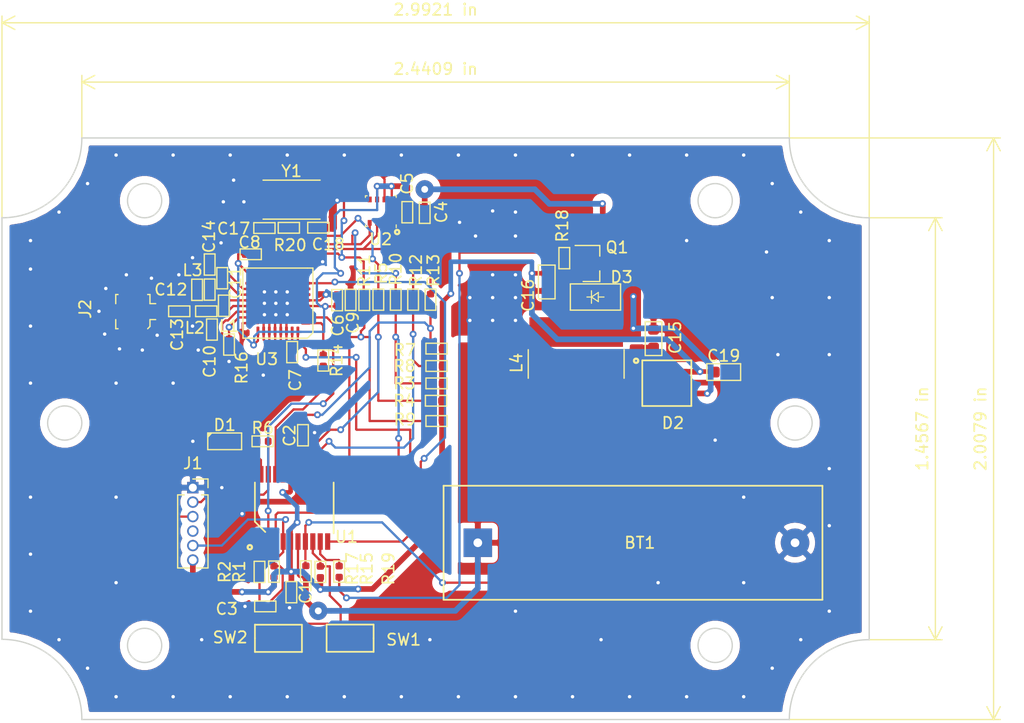
<source format=kicad_pcb>
(kicad_pcb (version 20171130) (host pcbnew 5.1.5+dfsg1-2build2)
  (layers (0 F.Cu signal) (31 B.Cu signal) (34 B.Paste user hide) (35 F.Paste user hide) (36 B.SilkS user) (37 F.SilkS user) (38 B.Mask user) (39 F.Mask user) (44 Edge.Cuts user))
  (net 0 "")
  (net 1 "Net-(C10-Pad2)")
  (net 2 "Net-(C12-Pad2)")
  (net 3 "Net-(R2-Pad1)")
  (net 4 "Net-(R4-Pad1)")
  (net 5 "Net-(R10-Pad2)")
  (net 6 "Net-(R11-Pad2)")
  (net 7 GND)
  (net 8 /POWER/POWER_MCU)
  (net 9 "Net-(C3-Pad1)")
  (net 10 /POWER/POWER_MODULES)
  (net 11 "Net-(C7-Pad1)")
  (net 12 "Net-(C13-Pad1)")
  (net 13 "Net-(C13-Pad2)")
  (net 14 /PWR_L)
  (net 15 "Net-(D1-Pad2)")
  (net 16 /SP_EN)
  (net 17 "Net-(D2-Pad5)")
  (net 18 "Net-(J1-Pad2)")
  (net 19 "Net-(J1-Pad3)")
  (net 20 "Net-(Q1-Pad1)")
  (net 21 /CS_NRF)
  (net 22 "Net-(R13-Pad2)")
  (net 23 "Net-(R12-Pad2)")
  (net 24 /CSK)
  (net 25 /MISO)
  (net 26 /MOSI)
  (net 27 /CS_BME)
  (net 28 /CE)
  (net 29 "Net-(R14-Pad2)")
  (net 30 /KEY)
  (net 31 "Net-(R16-Pad1)")
  (net 32 /MP_EN)
  (net 33 /PWR)
  (net 34 /TX_EN)
  (net 35 /DR)
  (net 36 "Net-(C17-Pad1)")
  (net 37 "Net-(C18-Pad1)")
  (net 38 "Net-(C11-Pad1)")
  (module Package_SO:TSSOP-20_4.4x6.5mm_P0.65mm (layer F.Cu) (at 79.756 75.184 90)
    (fp_text reference U1 (at -2.54 4.572 180) (layer F.SilkS))
    (fp_text value STM32L031F6Px)
    (pad 20 smd rect (at 2.95 -2.925 90) (size 1.45 0.45) (layers F.Cu F.Paste F.Mask) (net 19 "Net-(J1-Pad3)"))
    (pad 19 smd rect (at 2.95 -2.275 90) (size 1.45 0.45) (layers F.Cu F.Paste F.Mask) (net 18 "Net-(J1-Pad2)"))
    (pad 18 smd rect (at 2.95 -1.625 90) (size 1.45 0.45) (layers F.Cu F.Paste F.Mask) (net 29 "Net-(R14-Pad2)"))
    (pad 17 smd rect (at 2.95 -0.975 90) (size 1.45 0.45) (layers F.Cu F.Paste F.Mask) (net 22 "Net-(R13-Pad2)"))
    (pad 16 smd rect (at 2.95 -0.325 90) (size 1.45 0.45) (layers F.Cu F.Paste F.Mask) (net 8 /POWER/POWER_MCU))
    (pad 15 smd rect (at 2.95 0.325 90) (size 1.45 0.45) (layers F.Cu F.Paste F.Mask) (net 7 GND))
    (pad 14 smd rect (at 2.95 0.975 90) (size 1.45 0.45) (layers F.Cu F.Paste F.Mask) (net 4 "Net-(R4-Pad1)"))
    (pad 13 smd rect (at 2.95 1.625 90) (size 1.45 0.45) (layers F.Cu F.Paste F.Mask) (net 23 "Net-(R12-Pad2)"))
    (pad 12 smd rect (at 2.95 2.275 90) (size 1.45 0.45) (layers F.Cu F.Paste F.Mask) (net 6 "Net-(R11-Pad2)"))
    (pad 11 smd rect (at 2.95 2.925 90) (size 1.45 0.45) (layers F.Cu F.Paste F.Mask) (net 5 "Net-(R10-Pad2)"))
    (pad 10 smd rect (at -2.95 2.925 90) (size 1.45 0.45) (layers F.Cu F.Paste F.Mask) (net 35 /DR))
    (pad 9 smd rect (at -2.95 2.275 90) (size 1.45 0.45) (layers F.Cu F.Paste F.Mask) (net 32 /MP_EN))
    (pad 8 smd rect (at -2.95 1.625 90) (size 1.45 0.45) (layers F.Cu F.Paste F.Mask) (net 30 /KEY))
    (pad 7 smd rect (at -2.95 0.975 90) (size 1.45 0.45) (layers F.Cu F.Paste F.Mask) (net 16 /SP_EN))
    (pad 6 smd rect (at -2.95 0.325 90) (size 1.45 0.45) (layers F.Cu F.Paste F.Mask) (net 14 /PWR_L))
    (pad 5 smd rect (at -2.95 -0.325 90) (size 1.45 0.45) (layers F.Cu F.Paste F.Mask) (net 8 /POWER/POWER_MCU))
    (pad 4 smd rect (at -2.95 -0.975 90) (size 1.45 0.45) (layers F.Cu F.Paste F.Mask) (net 9 "Net-(C3-Pad1)"))
    (pad 3 smd rect (at -2.95 -1.625 90) (size 1.45 0.45) (layers F.Cu F.Paste F.Mask) (net 34 /TX_EN))
    (pad 2 smd rect (at -2.95 -2.275 90) (size 1.45 0.45) (layers F.Cu F.Paste F.Mask) (net 33 /PWR))
    (pad 1 smd rect (at -2.95 -2.925 90) (size 1.45 0.45) (layers F.Cu F.Paste F.Mask) (net 3 "Net-(R2-Pad1)"))
  )
  (module Package_DFN_QFN:QFN-32-1EP_5x5mm_P0.5mm_EP3.6x3.6mm (layer F.Cu) (at 78.32 57.23 180)
    (fp_text reference U3 (at 0.98 -4.91) (layer F.SilkS))
    (fp_text value NRF905)
    (pad 32 smd roundrect (at -1.75 -2.45 180) (size 0.25 0.8) (layers F.Cu F.Paste F.Mask) (net 34 /TX_EN))
    (pad 31 smd roundrect (at -1.25 -2.45 180) (size 0.25 0.8) (layers F.Cu F.Paste F.Mask) (net 11 "Net-(C7-Pad1)"))
    (pad 30 smd roundrect (at -0.75 -2.45 180) (size 0.25 0.8) (layers F.Cu F.Paste F.Mask) (net 7 GND))
    (pad 29 smd roundrect (at -0.25 -2.45 180) (size 0.25 0.8) (layers F.Cu F.Paste F.Mask) (net 7 GND))
    (pad 28 smd roundrect (at 0.25 -2.45 180) (size 0.25 0.8) (layers F.Cu F.Paste F.Mask) (net 7 GND))
    (pad 27 smd roundrect (at 0.75 -2.45 180) (size 0.25 0.8) (layers F.Cu F.Paste F.Mask) (net 7 GND))
    (pad 26 smd roundrect (at 1.25 -2.45 180) (size 0.25 0.8) (layers F.Cu F.Paste F.Mask) (net 7 GND))
    (pad 25 smd roundrect (at 1.75 -2.45 180) (size 0.25 0.8) (layers F.Cu F.Paste F.Mask) (net 10 /POWER/POWER_MODULES))
    (pad 24 smd roundrect (at 2.45 -1.75 180) (size 0.8 0.25) (layers F.Cu F.Paste F.Mask) (net 7 GND))
    (pad 23 smd roundrect (at 2.45 -1.25 180) (size 0.8 0.25) (layers F.Cu F.Paste F.Mask) (net 31 "Net-(R16-Pad1)"))
    (pad 22 smd roundrect (at 2.45 -0.75 180) (size 0.8 0.25) (layers F.Cu F.Paste F.Mask) (net 7 GND))
    (pad 21 smd roundrect (at 2.45 -0.25 180) (size 0.8 0.25) (layers F.Cu F.Paste F.Mask) (net 1 "Net-(C10-Pad2)"))
    (pad 20 smd roundrect (at 2.45 0.25 180) (size 0.8 0.25) (layers F.Cu F.Paste F.Mask) (net 2 "Net-(C12-Pad2)"))
    (pad 19 smd roundrect (at 2.45 0.75 180) (size 0.8 0.25) (layers F.Cu F.Paste F.Mask) (net 38 "Net-(C11-Pad1)"))
    (pad 18 smd roundrect (at 2.45 1.25 180) (size 0.8 0.25) (layers F.Cu F.Paste F.Mask) (net 7 GND))
    (pad 17 smd roundrect (at 2.45 1.75 180) (size 0.8 0.25) (layers F.Cu F.Paste F.Mask) (net 10 /POWER/POWER_MODULES))
    (pad 16 smd roundrect (at 1.75 2.45 180) (size 0.25 0.8) (layers F.Cu F.Paste F.Mask) (net 7 GND))
    (pad 15 smd roundrect (at 1.25 2.45 180) (size 0.25 0.8) (layers F.Cu F.Paste F.Mask) (net 36 "Net-(C17-Pad1)"))
    (pad 14 smd roundrect (at 0.75 2.45 180) (size 0.25 0.8) (layers F.Cu F.Paste F.Mask) (net 37 "Net-(C18-Pad1)"))
    (pad 13 smd roundrect (at 0.25 2.45 180) (size 0.25 0.8) (layers F.Cu F.Paste F.Mask) (net 21 /CS_NRF))
    (pad 12 smd roundrect (at -0.25 2.45 180) (size 0.25 0.8) (layers F.Cu F.Paste F.Mask) (net 24 /CSK))
    (pad 11 smd roundrect (at -0.75 2.45 180) (size 0.25 0.8) (layers F.Cu F.Paste F.Mask) (net 26 /MOSI))
    (pad 10 smd roundrect (at -1.25 2.45 180) (size 0.25 0.8) (layers F.Cu F.Paste F.Mask) (net 25 /MISO))
    (pad 9 smd roundrect (at -1.75 2.45 180) (size 0.25 0.8) (layers F.Cu F.Paste F.Mask) (net 7 GND))
    (pad 8 smd roundrect (at -2.45 1.75 180) (size 0.8 0.25) (layers F.Cu F.Paste F.Mask) (net 35 /DR))
    (pad 7 smd roundrect (at -2.45 1.25 180) (size 0.8 0.25) (layers F.Cu F.Paste F.Mask))
    (pad 6 smd roundrect (at -2.45 0.75 180) (size 0.8 0.25) (layers F.Cu F.Paste F.Mask))
    (pad 5 smd roundrect (at -2.45 0.25 180) (size 0.8 0.25) (layers F.Cu F.Paste F.Mask) (net 7 GND))
    (pad 4 smd roundrect (at -2.45 -0.25 180) (size 0.8 0.25) (layers F.Cu F.Paste F.Mask) (net 10 /POWER/POWER_MODULES))
    (pad 3 smd roundrect (at -2.45 -0.75 180) (size 0.8 0.25) (layers F.Cu F.Paste F.Mask))
    (pad 2 smd roundrect (at -2.45 -1.25 180) (size 0.8 0.25) (layers F.Cu F.Paste F.Mask) (net 33 /PWR))
    (pad 1 smd roundrect (at -2.45 -1.75 180) (size 0.8 0.25) (layers F.Cu F.Paste F.Mask) (net 28 /CE))
    (pad 33 smd roundrect (at 0 0 180) (size 3.6 3.6) (layers F.Cu F.Mask) (roundrect_rratio 0.06900000000000001))
  )
  (module Capacitor_SMD:C_0402_1005Metric (layer F.Cu) (at 69.675 57.94)
    (fp_text reference C13 (at -0.185 2.05 90) (layer F.SilkS))
    (fp_text value "6.8 p")
    (pad 2 smd roundrect (at 0.485 0) (size 0.59 0.64) (layers F.Cu F.Paste F.Mask) (net 13 "Net-(C13-Pad2)"))
    (pad 1 smd roundrect (at -0.485 0) (size 0.59 0.64) (layers F.Cu F.Paste F.Mask) (net 12 "Net-(C13-Pad1)"))
  )
  (module Capacitor_SMD:C_0402_1005Metric (layer F.Cu) (at 73.44 55.04 90)
    (fp_text reference C11 (at -0.4 1.15 90) (layer F.SilkS) (effects (font (thickness 0.14))))
    (fp_text value "3.3 n")
    (pad 2 smd roundrect (at 0.485 0 90) (size 0.59 0.64) (layers F.Cu F.Paste F.Mask) (net 7 GND))
    (pad 1 smd roundrect (at -0.485 0 90) (size 0.59 0.64) (layers F.Cu F.Paste F.Mask) (net 38 "Net-(C11-Pad1)"))
  )
  (module Capacitor_SMD:C_0402_1005Metric (layer F.Cu) (at 79.502 82.573 270)
    (fp_text reference C1 (at 0.067 -1.238 90) (layer F.SilkS))
    (fp_text value "0.1 uf")
    (pad 2 smd roundrect (at 0.485 0 270) (size 0.59 0.64) (layers F.Cu F.Paste F.Mask) (net 7 GND))
    (pad 1 smd roundrect (at -0.485 0 270) (size 0.59 0.64) (layers F.Cu F.Paste F.Mask) (net 8 /POWER/POWER_MCU))
  )
  (module Capacitor_SMD:C_0402_1005Metric (layer F.Cu) (at 80.518 68.811 270)
    (fp_text reference C2 (at 0.029 1.178 90) (layer F.SilkS))
    (fp_text value "0.1 uf")
    (pad 2 smd roundrect (at 0.485 0 270) (size 0.59 0.64) (layers F.Cu F.Paste F.Mask) (net 7 GND))
    (pad 1 smd roundrect (at -0.485 0 270) (size 0.59 0.64) (layers F.Cu F.Paste F.Mask) (net 8 /POWER/POWER_MCU))
  )
  (module Capacitor_SMD:C_0402_1005Metric (layer F.Cu) (at 77.216 83.82 180)
    (fp_text reference C3 (at 3.376 -0.22) (layer F.SilkS))
    (fp_text value "0.1 uf")
    (pad 2 smd roundrect (at 0.485 0 180) (size 0.59 0.64) (layers F.Cu F.Paste F.Mask) (net 7 GND))
    (pad 1 smd roundrect (at -0.485 0 180) (size 0.59 0.64) (layers F.Cu F.Paste F.Mask) (net 9 "Net-(C3-Pad1)"))
  )
  (module Capacitor_SMD:C_0402_1005Metric (layer F.Cu) (at 91.186 49.299 270)
    (fp_text reference C4 (at -0.059 -1.454 90) (layer F.SilkS))
    (fp_text value "0.1 uf")
    (pad 2 smd roundrect (at 0.485 0 270) (size 0.59 0.64) (layers F.Cu F.Paste F.Mask) (net 7 GND))
    (pad 1 smd roundrect (at -0.485 0 270) (size 0.59 0.64) (layers F.Cu F.Paste F.Mask) (net 10 /POWER/POWER_MODULES))
  )
  (module Capacitor_SMD:C_0402_1005Metric (layer F.Cu) (at 89.662 49.253 270)
    (fp_text reference C5 (at -2.513 0.022 90) (layer F.SilkS))
    (fp_text value "4.7 uf")
    (pad 2 smd roundrect (at 0.485 0 270) (size 0.59 0.64) (layers F.Cu F.Paste F.Mask) (net 7 GND))
    (pad 1 smd roundrect (at -0.485 0 270) (size 0.59 0.64) (layers F.Cu F.Paste F.Mask) (net 10 /POWER/POWER_MODULES))
  )
  (module Capacitor_SMD:C_0402_1005Metric (layer F.Cu) (at 83.51 56.965 270)
    (fp_text reference C6 (at 2.217 -0.056 90) (layer F.SilkS))
    (fp_text value "4.7 n")
    (pad 2 smd roundrect (at 0.485 0 270) (size 0.59 0.64) (layers F.Cu F.Paste F.Mask) (net 10 /POWER/POWER_MODULES))
    (pad 1 smd roundrect (at -0.485 0 270) (size 0.59 0.64) (layers F.Cu F.Paste F.Mask) (net 7 GND))
  )
  (module Capacitor_SMD:C_0402_1005Metric (layer F.Cu) (at 79.57 61.52 270)
    (fp_text reference C7 (at 2.468 -0.27 90) (layer F.SilkS))
    (fp_text value "10 n")
    (pad 2 smd roundrect (at 0.485 0 270) (size 0.59 0.64) (layers F.Cu F.Paste F.Mask) (net 7 GND))
    (pad 1 smd roundrect (at -0.485 0 270) (size 0.59 0.64) (layers F.Cu F.Paste F.Mask) (net 11 "Net-(C7-Pad1)"))
  )
  (module Capacitor_SMD:C_0402_1005Metric (layer F.Cu) (at 75.94 52.94 180)
    (fp_text reference C8 (at 0.1 1.05) (layer F.SilkS))
    (fp_text value "33 p")
    (pad 2 smd roundrect (at 0.485 0 180) (size 0.59 0.64) (layers F.Cu F.Paste F.Mask) (net 10 /POWER/POWER_MODULES))
    (pad 1 smd roundrect (at -0.485 0 180) (size 0.59 0.64) (layers F.Cu F.Paste F.Mask) (net 7 GND))
  )
  (module Capacitor_SMD:C_0402_1005Metric (layer F.Cu) (at 84.69 56.94 270)
    (fp_text reference C9 (at 2 -0.2 90) (layer F.SilkS))
    (fp_text value "33 p")
    (pad 2 smd roundrect (at 0.485 0 270) (size 0.59 0.64) (layers F.Cu F.Paste F.Mask) (net 10 /POWER/POWER_MODULES))
    (pad 1 smd roundrect (at -0.485 0 270) (size 0.59 0.64) (layers F.Cu F.Paste F.Mask) (net 7 GND))
  )
  (module Capacitor_SMD:C_0402_1005Metric (layer F.Cu) (at 72.54 59.54 90)
    (fp_text reference C10 (at -2.8 -0.2 90) (layer F.SilkS))
    (fp_text value "18 p")
    (pad 2 smd roundrect (at 0.485 0 90) (size 0.59 0.64) (layers F.Cu F.Paste F.Mask) (net 1 "Net-(C10-Pad2)"))
    (pad 1 smd roundrect (at -0.485 0 90) (size 0.59 0.64) (layers F.Cu F.Paste F.Mask) (net 7 GND))
  )
  (module Capacitor_SMD:C_0402_1005Metric (layer F.Cu) (at 71.24 56.055 270)
    (fp_text reference C12 (at -0.015 2.3 180) (layer F.SilkS))
    (fp_text value "18 p")
    (pad 2 smd roundrect (at 0.485 0 270) (size 0.59 0.64) (layers F.Cu F.Paste F.Mask) (net 2 "Net-(C12-Pad2)"))
    (pad 1 smd roundrect (at -0.485 0 270) (size 0.59 0.64) (layers F.Cu F.Paste F.Mask) (net 7 GND))
  )
  (module Capacitor_SMD:C_0402_1005Metric (layer F.Cu) (at 72.34 53.84 270)
    (fp_text reference C14 (at -2.45 0.05 90) (layer F.SilkS))
    (fp_text value "180 p")
    (pad 2 smd roundrect (at 0.485 0 270) (size 0.59 0.64) (layers F.Cu F.Paste F.Mask) (net 38 "Net-(C11-Pad1)"))
    (pad 1 smd roundrect (at -0.485 0 270) (size 0.59 0.64) (layers F.Cu F.Paste F.Mask) (net 7 GND))
  )
  (module Capacitor_SMD:C_0402_1005Metric (layer F.Cu) (at 77.14 50.64 180)
    (fp_text reference C17 (at 2.7 -0.05) (layer F.SilkS))
    (fp_text value "22 p")
    (pad 2 smd roundrect (at 0.485 0 180) (size 0.59 0.64) (layers F.Cu F.Paste F.Mask) (net 7 GND))
    (pad 1 smd roundrect (at -0.485 0 180) (size 0.59 0.64) (layers F.Cu F.Paste F.Mask) (net 36 "Net-(C17-Pad1)"))
  )
  (module Capacitor_SMD:C_0402_1005Metric (layer F.Cu) (at 81.865 50.61)
    (fp_text reference C18 (at 0.875 1.46) (layer F.SilkS))
    (fp_text value "22 p")
    (pad 2 smd roundrect (at 0.485 0) (size 0.59 0.64) (layers F.Cu F.Paste F.Mask) (net 7 GND))
    (pad 1 smd roundrect (at -0.485 0) (size 0.59 0.64) (layers F.Cu F.Paste F.Mask) (net 37 "Net-(C18-Pad1)"))
  )
  (module LED_SMD:LED_0603_1608Metric (layer F.Cu) (at 73.66 69.342)
    (fp_text reference D1 (at 0 -1.43) (layer F.SilkS))
    (fp_text value LED)
    (pad 2 smd roundrect (at 0.7875 0) (size 0.875 0.95) (layers F.Cu F.Paste F.Mask) (net 15 "Net-(D1-Pad2)"))
    (pad 1 smd roundrect (at -0.7875 0) (size 0.875 0.95) (layers F.Cu F.Paste F.Mask) (net 7 GND))
  )
  (module Diode_SMD:D_SOD-123F (layer F.Cu) (at 106.15 56.69)
    (fp_text reference D3 (at 2.29 -1.75) (layer F.SilkS))
    (fp_text value D_Schottky)
    (pad 2 smd rect (at 1.4 0) (size 1.1 1.1) (layers F.Cu F.Paste F.Mask) (net 17 "Net-(D2-Pad5)"))
    (pad 1 smd rect (at -1.4 0) (size 1.1 1.1) (layers F.Cu F.Paste F.Mask) (net 8 /POWER/POWER_MCU))
  )
  (module Connector_PinSocket_1.27mm:PinSocket_1x06_P1.27mm_Vertical (layer F.Cu) (at 70.866 73.406)
    (fp_text reference J1 (at 0 -2.135) (layer F.SilkS))
    (fp_text value Conn_01x06_Male)
    (pad 6 thru_hole oval (at 0 6.35) (size 1 1) (drill 0.7) (layers *.Cu *.Mask) (net 8 /POWER/POWER_MCU))
    (pad 5 thru_hole oval (at 0 5.08) (size 1 1) (drill 0.7) (layers *.Cu *.Mask) (net 9 "Net-(C3-Pad1)"))
    (pad 4 thru_hole oval (at 0 3.81) (size 1 1) (drill 0.7) (layers *.Cu *.Mask))
    (pad 3 thru_hole oval (at 0 2.54) (size 1 1) (drill 0.7) (layers *.Cu *.Mask) (net 19 "Net-(J1-Pad3)"))
    (pad 2 thru_hole oval (at 0 1.27) (size 1 1) (drill 0.7) (layers *.Cu *.Mask) (net 18 "Net-(J1-Pad2)"))
    (pad 1 thru_hole rect (at 0 0) (size 1 1) (drill 0.7) (layers *.Cu *.Mask) (net 7 GND))
  )
  (module Connector_Coaxial:U.FL_Molex_MCRF_73412-0110_Vertical (layer F.Cu) (at 65.61 57.97 90)
    (fp_text reference J2 (at 0.23 -4.17 90) (layer F.SilkS))
    (fp_text value Conn_Coaxial)
    (pad 1 smd rect (at 0 1.5 90) (size 1 1) (layers F.Cu F.Paste F.Mask) (net 12 "Net-(C13-Pad1)"))
    (pad 2 smd rect (at 0 -1.5 90) (size 1 1) (layers F.Cu F.Paste F.Mask) (net 7 GND))
    (pad 2 smd rect (at 1.475 0 90) (size 1.05 2.2) (layers F.Cu F.Paste F.Mask) (net 7 GND))
    (pad 2 smd rect (at -1.475 0 90) (size 1.05 2.2) (layers F.Cu F.Paste F.Mask) (net 7 GND))
  )
  (module Inductor_SMD:L_0402_1005Metric (layer F.Cu) (at 73.58 57.455 90)
    (fp_text reference L1 (at -1.785 0.46 180) (layer F.SilkS))
    (fp_text value "12 n")
    (pad 2 smd roundrect (at 0.485 0 90) (size 0.59 0.64) (layers F.Cu F.Paste F.Mask) (net 2 "Net-(C12-Pad2)"))
    (pad 1 smd roundrect (at -0.485 0 90) (size 0.59 0.64) (layers F.Cu F.Paste F.Mask) (net 1 "Net-(C10-Pad2)"))
  )
  (module Inductor_SMD:L_0402_1005Metric (layer F.Cu) (at 72.04 57.94 180)
    (fp_text reference L2 (at 1 -1.45) (layer F.SilkS))
    (fp_text value "39 n")
    (pad 2 smd roundrect (at 0.485 0 180) (size 0.59 0.64) (layers F.Cu F.Paste F.Mask) (net 13 "Net-(C13-Pad2)"))
    (pad 1 smd roundrect (at -0.485 0 180) (size 0.59 0.64) (layers F.Cu F.Paste F.Mask) (net 1 "Net-(C10-Pad2)"))
  )
  (module Inductor_SMD:L_0402_1005Metric (layer F.Cu) (at 72.34 56.04 270)
    (fp_text reference L3 (at -1.7 1.5 180) (layer F.SilkS))
    (fp_text value "39 n")
    (pad 2 smd roundrect (at 0.485 0 270) (size 0.59 0.64) (layers F.Cu F.Paste F.Mask) (net 2 "Net-(C12-Pad2)"))
    (pad 1 smd roundrect (at -0.485 0 270) (size 0.59 0.64) (layers F.Cu F.Paste F.Mask) (net 38 "Net-(C11-Pad1)"))
  )
  (module Inductor_SMD:L_Bourns-SRN8040_8x8.15mm (layer F.Cu) (at 104.46 62.56 90)
    (fp_text reference L4 (at 0.09 -5.23 90) (layer F.SilkS))
    (fp_text value L)
    (pad 2 smd rect (at 2.8 0 90) (size 2.6 8.2) (layers F.Cu F.Paste F.Mask) (net 17 "Net-(D2-Pad5)"))
    (pad 1 smd rect (at -2.8 0 90) (size 2.6 8.2) (layers F.Cu F.Paste F.Mask) (net 14 /PWR_L))
  )
  (module Package_TO_SOT_SMD:SOT-23 (layer F.Cu) (at 105.77 53.75)
    (fp_text reference Q1 (at 2.27 -1.41) (layer F.SilkS))
    (fp_text value IRLML6402)
    (pad 3 smd rect (at 1 0) (size 0.9 0.8) (layers F.Cu F.Paste F.Mask) (net 10 /POWER/POWER_MODULES))
    (pad 2 smd rect (at -1 0.95) (size 0.9 0.8) (layers F.Cu F.Paste F.Mask) (net 8 /POWER/POWER_MCU))
    (pad 1 smd rect (at -1 -0.95) (size 0.9 0.8) (layers F.Cu F.Paste F.Mask) (net 20 "Net-(Q1-Pad1)"))
  )
  (module Resistor_SMD:R_0402_1005Metric (layer F.Cu) (at 77.978 80.772 90)
    (fp_text reference R1 (at 0 -3.048 90) (layer F.SilkS))
    (fp_text value "10 k")
    (pad 2 smd roundrect (at 0.485 0 90) (size 0.59 0.64) (layers F.Cu F.Paste F.Mask) (net 9 "Net-(C3-Pad1)"))
    (pad 1 smd roundrect (at -0.485 0 90) (size 0.59 0.64) (layers F.Cu F.Paste F.Mask) (net 8 /POWER/POWER_MCU))
  )
  (module Resistor_SMD:R_0402_1005Metric (layer F.Cu) (at 76.708 80.795 270)
    (fp_text reference R2 (at 0 3.048 90) (layer F.SilkS))
    (fp_text value "10 k")
    (pad 2 smd roundrect (at 0.485 0 270) (size 0.59 0.64) (layers F.Cu F.Paste F.Mask) (net 7 GND))
    (pad 1 smd roundrect (at -0.485 0 270) (size 0.59 0.64) (layers F.Cu F.Paste F.Mask) (net 3 "Net-(R2-Pad1)"))
  )
  (module Resistor_SMD:R_0402_1005Metric (layer F.Cu) (at 92.225 64.262)
    (fp_text reference R3 (at -2.817 0) (layer F.SilkS))
    (fp_text value "10 k")
    (pad 2 smd roundrect (at 0.485 0) (size 0.59 0.64) (layers F.Cu F.Paste F.Mask) (net 8 /POWER/POWER_MCU))
    (pad 1 smd roundrect (at -0.485 0) (size 0.59 0.64) (layers F.Cu F.Paste F.Mask) (net 5 "Net-(R10-Pad2)"))
  )
  (module Resistor_SMD:R_0402_1005Metric (layer F.Cu) (at 92.179 65.786)
    (fp_text reference R4 (at -2.771 0) (layer F.SilkS))
    (fp_text value "10 k")
    (pad 2 smd roundrect (at 0.485 0) (size 0.59 0.64) (layers F.Cu F.Paste F.Mask) (net 8 /POWER/POWER_MCU))
    (pad 1 smd roundrect (at -0.485 0) (size 0.59 0.64) (layers F.Cu F.Paste F.Mask) (net 4 "Net-(R4-Pad1)"))
  )
  (module Resistor_SMD:R_0402_1005Metric (layer F.Cu) (at 87.122 56.919 270)
    (fp_text reference R5 (at -2.309 -0.254 90) (layer F.SilkS))
    (fp_text value 120)
    (pad 2 smd roundrect (at 0.485 0 270) (size 0.59 0.64) (layers F.Cu F.Paste F.Mask) (net 4 "Net-(R4-Pad1)"))
    (pad 1 smd roundrect (at -0.485 0 270) (size 0.59 0.64) (layers F.Cu F.Paste F.Mask) (net 21 /CS_NRF))
  )
  (module Resistor_SMD:R_0402_1005Metric (layer F.Cu) (at 76.985 69.342)
    (fp_text reference R6 (at 0 -1.17) (layer F.SilkS))
    (fp_text value 330)
    (pad 2 smd roundrect (at 0.485 0) (size 0.59 0.64) (layers F.Cu F.Paste F.Mask) (net 18 "Net-(J1-Pad2)"))
    (pad 1 smd roundrect (at -0.485 0) (size 0.59 0.64) (layers F.Cu F.Paste F.Mask) (net 15 "Net-(D1-Pad2)"))
  )
  (module Resistor_SMD:R_0402_1005Metric (layer F.Cu) (at 92.225 61.214)
    (fp_text reference R7 (at -2.785 0.126) (layer F.SilkS))
    (fp_text value "10 k")
    (pad 2 smd roundrect (at 0.485 0) (size 0.59 0.64) (layers F.Cu F.Paste F.Mask) (net 8 /POWER/POWER_MCU))
    (pad 1 smd roundrect (at -0.485 0) (size 0.59 0.64) (layers F.Cu F.Paste F.Mask) (net 22 "Net-(R13-Pad2)"))
  )
  (module Resistor_SMD:R_0402_1005Metric (layer F.Cu) (at 92.225 62.738 180)
    (fp_text reference R8 (at 2.817 0) (layer F.SilkS))
    (fp_text value "10 k")
    (pad 2 smd roundrect (at 0.485 0 180) (size 0.59 0.64) (layers F.Cu F.Paste F.Mask) (net 23 "Net-(R12-Pad2)"))
    (pad 1 smd roundrect (at -0.485 0 180) (size 0.59 0.64) (layers F.Cu F.Paste F.Mask) (net 8 /POWER/POWER_MCU))
  )
  (module Resistor_SMD:R_0402_1005Metric (layer F.Cu) (at 92.225 67.564 180)
    (fp_text reference R9 (at 2.785 0.124) (layer F.SilkS))
    (fp_text value "10 k")
    (pad 2 smd roundrect (at 0.485 0 180) (size 0.59 0.64) (layers F.Cu F.Paste F.Mask) (net 6 "Net-(R11-Pad2)"))
    (pad 1 smd roundrect (at -0.485 0 180) (size 0.59 0.64) (layers F.Cu F.Paste F.Mask) (net 8 /POWER/POWER_MCU))
  )
  (module Resistor_SMD:R_0402_1005Metric (layer F.Cu) (at 88.646 56.919 270)
    (fp_text reference R10 (at -2.679 0.006 90) (layer F.SilkS))
    (fp_text value 120)
    (pad 2 smd roundrect (at 0.485 0 270) (size 0.59 0.64) (layers F.Cu F.Paste F.Mask) (net 5 "Net-(R10-Pad2)"))
    (pad 1 smd roundrect (at -0.485 0 270) (size 0.59 0.64) (layers F.Cu F.Paste F.Mask) (net 24 /CSK))
  )
  (module Resistor_SMD:R_0402_1005Metric (layer F.Cu) (at 85.89 56.94 270)
    (fp_text reference R11 (at -2.563 0 90) (layer F.SilkS))
    (fp_text value 120)
    (pad 2 smd roundrect (at 0.485 0 270) (size 0.59 0.64) (layers F.Cu F.Paste F.Mask) (net 6 "Net-(R11-Pad2)"))
    (pad 1 smd roundrect (at -0.485 0 270) (size 0.59 0.64) (layers F.Cu F.Paste F.Mask) (net 25 /MISO))
  )
  (module Resistor_SMD:R_0402_1005Metric (layer F.Cu) (at 90.17 56.919 270)
    (fp_text reference R12 (at -2.563 -0.254 90) (layer F.SilkS))
    (fp_text value 120)
    (pad 2 smd roundrect (at 0.485 0 270) (size 0.59 0.64) (layers F.Cu F.Paste F.Mask) (net 23 "Net-(R12-Pad2)"))
    (pad 1 smd roundrect (at -0.485 0 270) (size 0.59 0.64) (layers F.Cu F.Paste F.Mask) (net 26 /MOSI))
  )
  (module Resistor_SMD:R_0402_1005Metric (layer F.Cu) (at 91.694 56.919 270)
    (fp_text reference R13 (at -2.563 -0.254 90) (layer F.SilkS))
    (fp_text value 120)
    (pad 2 smd roundrect (at 0.485 0 270) (size 0.59 0.64) (layers F.Cu F.Paste F.Mask) (net 22 "Net-(R13-Pad2)"))
    (pad 1 smd roundrect (at -0.485 0 270) (size 0.59 0.64) (layers F.Cu F.Paste F.Mask) (net 27 /CS_BME))
  )
  (module Resistor_SMD:R_0402_1005Metric (layer F.Cu) (at 82.296 62.253 270)
    (fp_text reference R14 (at 0 -1.17 90) (layer F.SilkS))
    (fp_text value 120)
    (pad 2 smd roundrect (at 0.485 0 270) (size 0.59 0.64) (layers F.Cu F.Paste F.Mask) (net 29 "Net-(R14-Pad2)"))
    (pad 1 smd roundrect (at -0.485 0 270) (size 0.59 0.64) (layers F.Cu F.Paste F.Mask) (net 28 /CE))
  )
  (module Resistor_SMD:R_0402_1005Metric (layer F.Cu) (at 82.042 80.795 90)
    (fp_text reference R15 (at 0.277 4.064 90) (layer F.SilkS))
    (fp_text value "10 k")
    (pad 2 smd roundrect (at 0.485 0 90) (size 0.59 0.64) (layers F.Cu F.Paste F.Mask) (net 30 /KEY))
    (pad 1 smd roundrect (at -0.485 0 90) (size 0.59 0.64) (layers F.Cu F.Paste F.Mask) (net 8 /POWER/POWER_MCU))
  )
  (module Resistor_SMD:R_0402_1005Metric (layer F.Cu) (at 74.04 60.855 270)
    (fp_text reference R16 (at 2.035 -1.1 90) (layer F.SilkS))
    (fp_text value "22 k")
    (pad 2 smd roundrect (at 0.485 0 270) (size 0.59 0.64) (layers F.Cu F.Paste F.Mask) (net 7 GND))
    (pad 1 smd roundrect (at -0.485 0 270) (size 0.59 0.64) (layers F.Cu F.Paste F.Mask) (net 31 "Net-(R16-Pad1)"))
  )
  (module Resistor_SMD:R_0402_1005Metric (layer F.Cu) (at 80.772 80.749 270)
    (fp_text reference R17 (at -0.231 -4.064 90) (layer F.SilkS))
    (fp_text value "10 k")
    (pad 2 smd roundrect (at 0.485 0 270) (size 0.59 0.64) (layers F.Cu F.Paste F.Mask) (net 14 /PWR_L))
    (pad 1 smd roundrect (at -0.485 0 270) (size 0.59 0.64) (layers F.Cu F.Paste F.Mask) (net 16 /SP_EN))
  )
  (module Resistor_SMD:R_0402_1005Metric (layer F.Cu) (at 103.42 53.28 90)
    (fp_text reference R18 (at 2.84 -0.18 90) (layer F.SilkS))
    (fp_text value "100 k")
    (pad 2 smd roundrect (at 0.485 0 90) (size 0.59 0.64) (layers F.Cu F.Paste F.Mask) (net 20 "Net-(Q1-Pad1)"))
    (pad 1 smd roundrect (at -0.485 0 90) (size 0.59 0.64) (layers F.Cu F.Paste F.Mask) (net 8 /POWER/POWER_MCU))
  )
  (module Resistor_SMD:R_0402_1005Metric (layer F.Cu) (at 83.69 80.77 90)
    (fp_text reference R19 (at 0.254 4.318 90) (layer F.SilkS))
    (fp_text value "10 k")
    (pad 2 smd roundrect (at 0.485 0 90) (size 0.59 0.64) (layers F.Cu F.Paste F.Mask) (net 32 /MP_EN))
    (pad 1 smd roundrect (at -0.485 0 90) (size 0.59 0.64) (layers F.Cu F.Paste F.Mask) (net 20 "Net-(Q1-Pad1)"))
  )
  (module Resistor_SMD:R_0402_1005Metric (layer F.Cu) (at 79.28 50.62)
    (fp_text reference R20 (at 0.11 1.52) (layer F.SilkS))
    (fp_text value "1 M")
    (pad 2 smd roundrect (at 0.485 0) (size 0.59 0.64) (layers F.Cu F.Paste F.Mask) (net 37 "Net-(C18-Pad1)"))
    (pad 1 smd roundrect (at -0.485 0) (size 0.59 0.64) (layers F.Cu F.Paste F.Mask) (net 36 "Net-(C17-Pad1)"))
  )
  (module push_button:push (layer F.Cu) (at 86.308 86.614 180)
    (fp_text reference SW1 (at -3.032 -0.126) (layer F.SilkS))
    (fp_text value SW_Push)
    (pad 2 smd rect (at 3.25 0 180) (size 0.45 1.4) (layers F.Cu F.Paste F.Mask) (net 9 "Net-(C3-Pad1)"))
    (pad 1 smd rect (at 0 0 180) (size 0.45 1.4) (layers F.Cu F.Paste F.Mask) (net 7 GND))
  )
  (module push_button:push (layer F.Cu) (at 76.708 86.614)
    (fp_text reference SW2 (at -2.568 -0.074) (layer F.SilkS))
    (fp_text value SW_Push)
    (pad 2 smd rect (at 3.25 0) (size 0.45 1.4) (layers F.Cu F.Paste F.Mask) (net 30 /KEY))
    (pad 1 smd rect (at 0 0) (size 0.45 1.4) (layers F.Cu F.Paste F.Mask) (net 7 GND))
  )
  (module Package_LGA:Bosch_LGA-8_2.5x2.5mm_P0.65mm_ClockwisePinNumbering (layer F.Cu) (at 87.34 49.16 180)
    (fp_text reference U2 (at 0.015 -2.465) (layer F.SilkS))
    (fp_text value BME280)
    (pad 5 smd rect (at 0.975 1.025 270) (size 0.5 0.35) (layers F.Cu F.Paste F.Mask) (net 25 /MISO))
    (pad 6 smd rect (at 0.325 1.025 270) (size 0.5 0.35) (layers F.Cu F.Paste F.Mask) (net 10 /POWER/POWER_MODULES))
    (pad 7 smd rect (at -0.325 1.025 270) (size 0.5 0.35) (layers F.Cu F.Paste F.Mask) (net 7 GND))
    (pad 8 smd rect (at -0.975 1.025 270) (size 0.5 0.35) (layers F.Cu F.Paste F.Mask) (net 10 /POWER/POWER_MODULES))
    (pad 1 smd rect (at -0.975 -1.025 270) (size 0.5 0.35) (layers F.Cu F.Paste F.Mask) (net 7 GND))
    (pad 2 smd rect (at -0.325 -1.025 270) (size 0.5 0.35) (layers F.Cu F.Paste F.Mask) (net 27 /CS_BME))
    (pad 3 smd rect (at 0.325 -1.025 270) (size 0.5 0.35) (layers F.Cu F.Paste F.Mask) (net 26 /MOSI))
    (pad 4 smd rect (at 0.975 -1.025 270) (size 0.5 0.35) (layers F.Cu F.Paste F.Mask) (net 24 /CSK))
  )
  (module Crystal:Crystal_SMD_TXC_7A-2Pin_5x3.2mm (layer F.Cu) (at 79.52 48.15)
    (fp_text reference Y1 (at 0 -2.5) (layer F.SilkS))
    (fp_text value Crystal)
    (pad 2 smd rect (at 1.85 0) (size 1.7 2.4) (layers F.Cu F.Paste F.Mask) (net 37 "Net-(C18-Pad1)"))
    (pad 1 smd rect (at -1.85 0) (size 1.7 2.4) (layers F.Cu F.Paste F.Mask) (net 36 "Net-(C17-Pad1)"))
  )
  (module modules:TSOT (layer F.Cu) (at 111.252 63.246)
    (fp_text reference D2 (at 1.688 4.494) (layer F.SilkS))
    (fp_text value MAX1724)
    (pad 5 smd rect (at 2.35 1.9) (size 1.2 0.5) (layers F.Cu F.Paste F.Mask) (net 17 "Net-(D2-Pad5)"))
    (pad 4 smd rect (at 2.35 0) (size 1.2 0.5) (layers F.Cu F.Paste F.Mask) (net 8 /POWER/POWER_MCU))
    (pad 3 smd rect (at 0 1.9) (size 1.2 0.5) (layers F.Cu F.Paste F.Mask) (net 16 /SP_EN))
    (pad 2 smd rect (at 0 0.95) (size 1.2 0.5) (layers F.Cu F.Paste F.Mask) (net 7 GND))
    (pad 1 smd rect (at 0 0) (size 1.2 0.5) (layers F.Cu F.Paste F.Mask) (net 14 /PWR_L))
  )
  (module battary:CR14250 (layer F.Cu) (at 100.84 78.24)
    (fp_text reference BT1 (at 9.2 0) (layer F.SilkS))
    (fp_text value Battery)
    (pad 2 thru_hole circle (at 22.8 0) (size 2.5 2.5) (drill 0.762) (layers *.Cu *.Mask) (net 7 GND))
    (pad 1 thru_hole rect (at -5 0) (size 2.5 2.5) (drill 0.762) (layers *.Cu *.Mask) (net 14 /PWR_L))
  )
  (module Capacitor_SMD:C_0603_1608Metric (layer F.Cu) (at 117.39 63.27)
    (fp_text reference C19 (at 0 -1.43) (layer F.SilkS))
    (fp_text value "10 uf")
    (pad 2 smd roundrect (at 0.7875 0) (size 0.875 0.95) (layers F.Cu F.Paste F.Mask) (net 7 GND))
    (pad 1 smd roundrect (at -0.7875 0) (size 0.875 0.95) (layers F.Cu F.Paste F.Mask) (net 8 /POWER/POWER_MCU))
  )
  (module Capacitor_SMD:C_0603_1608Metric (layer F.Cu) (at 111.24 60.34 90)
    (fp_text reference C15 (at 0.1 1.9 90) (layer F.SilkS))
    (fp_text value "10 uf")
    (pad 2 smd roundrect (at 0.7875 0 90) (size 0.875 0.95) (layers F.Cu F.Paste F.Mask) (net 7 GND))
    (pad 1 smd roundrect (at -0.7875 0 90) (size 0.875 0.95) (layers F.Cu F.Paste F.Mask) (net 14 /PWR_L))
  )
  (module Capacitor_SMD:C_0603_1608Metric (layer F.Cu) (at 101.88 55.37 270)
    (fp_text reference C16 (at 1.17 1.64 90) (layer F.SilkS))
    (fp_text value "10 uf")
    (pad 2 smd roundrect (at 0.7875 0 270) (size 0.875 0.95) (layers F.Cu F.Paste F.Mask) (net 7 GND))
    (pad 1 smd roundrect (at -0.7875 0 270) (size 0.875 0.95) (layers F.Cu F.Paste F.Mask) (net 8 /POWER/POWER_MCU))
  )
  (gr_circle (center 109.71 62.28) (end 109.893576 62.28) (layer F.SilkS) (width 0.2))
  (gr_circle (center 88.77 50.99) (end 88.953576 50.99) (layer F.SilkS) (width 0.2))
  (dimension 62 (width 0.12) (layer F.SilkS) (gr_text "62,000 мм" (at 92.14 36.57) (layer F.SilkS) (effects (font (size 1 1) (thickness 0.15)))) (feature1 (pts (xy 123.14 42.74) (xy 123.14 37.253579))) (feature2 (pts (xy 61.14 42.74) (xy 61.14 37.253579))) (crossbar (pts (xy 61.14 37.84) (xy 123.14 37.84))) (arrow1a (pts (xy 123.14 37.84) (xy 122.013496 38.426421))) (arrow1b (pts (xy 123.14 37.84) (xy 122.013496 37.253579))) (arrow2a (pts (xy 61.14 37.84) (xy 62.266504 38.426421))) (arrow2b (pts (xy 61.14 37.84) (xy 62.266504 37.253579))))
  (dimension 76 (width 0.12) (layer F.SilkS) (gr_text "76,000 мм" (at 92.14 31.37) (layer F.SilkS) (effects (font (size 1 1) (thickness 0.15)))) (feature1 (pts (xy 54.14 49.74) (xy 54.14 32.053579))) (feature2 (pts (xy 130.14 49.74) (xy 130.14 32.053579))) (crossbar (pts (xy 130.14 32.64) (xy 54.14 32.64))) (arrow1a (pts (xy 54.14 32.64) (xy 55.266504 32.053579))) (arrow1b (pts (xy 54.14 32.64) (xy 55.266504 33.226421))) (arrow2a (pts (xy 130.14 32.64) (xy 129.013496 32.053579))) (arrow2b (pts (xy 130.14 32.64) (xy 129.013496 33.226421))))
  (dimension 37 (width 0.12) (layer F.SilkS) (gr_text "37,000 мм" (at 137.21 68.24 90) (layer F.SilkS) (effects (font (size 1 1) (thickness 0.15)))) (feature1 (pts (xy 130.14 49.74) (xy 136.526421 49.74))) (feature2 (pts (xy 130.14 86.74) (xy 136.526421 86.74))) (crossbar (pts (xy 135.94 86.74) (xy 135.94 49.74))) (arrow1a (pts (xy 135.94 49.74) (xy 136.526421 50.866504))) (arrow1b (pts (xy 135.94 49.74) (xy 135.353579 50.866504))) (arrow2a (pts (xy 135.94 86.74) (xy 136.526421 85.613496))) (arrow2b (pts (xy 135.94 86.74) (xy 135.353579 85.613496))))
  (dimension 51 (width 0.12) (layer F.SilkS) (gr_text "51,000 мм" (at 142.31 68.24 90) (layer F.SilkS) (effects (font (size 1 1) (thickness 0.15)))) (feature1 (pts (xy 123.14 42.74) (xy 141.626421 42.74))) (feature2 (pts (xy 123.14 93.74) (xy 141.626421 93.74))) (crossbar (pts (xy 141.04 93.74) (xy 141.04 42.74))) (arrow1a (pts (xy 141.04 42.74) (xy 141.626421 43.866504))) (arrow1b (pts (xy 141.04 42.74) (xy 140.453579 43.866504))) (arrow2a (pts (xy 141.04 93.74) (xy 141.626421 92.613496))) (arrow2b (pts (xy 141.04 93.74) (xy 140.453579 92.613496))))
  (gr_circle (center 75.86 78.63) (end 76.043576 78.63) (layer F.SilkS) (width 0.2))
  (gr_circle (center 123.64 67.74) (end 125.14 67.74) (layer Edge.Cuts) (width 0.12))
  (gr_circle (center 59.64 67.74) (end 61.14 67.74) (layer Edge.Cuts) (width 0.12))
  (gr_circle (center 66.64 48.24) (end 68.14 48.24) (layer Edge.Cuts) (width 0.12))
  (gr_circle (center 116.64 48.24) (end 118.14 48.24) (layer Edge.Cuts) (width 0.12))
  (gr_circle (center 116.64 87.24) (end 118.14 87.24) (layer Edge.Cuts) (width 0.12))
  (gr_circle (center 66.64 87.24) (end 68.14 87.24) (layer Edge.Cuts) (width 0.12))
  (gr_line (start 130.14 86.74) (end 130.14 49.74) (layer Edge.Cuts) (width 0.12))
  (gr_line (start 61.14 93.74) (end 123.14 93.74) (layer Edge.Cuts) (width 0.12))
  (gr_line (start 54.14 49.74) (end 54.14 86.709936) (layer Edge.Cuts) (width 0.12))
  (gr_line (start 61.14 42.74) (end 123.14 42.74) (layer Edge.Cuts) (width 0.12))
  (gr_arc (start 54.14 42.74) (end 54.14 49.74) (angle -90) (layer Edge.Cuts) (width 0.12))
  (gr_arc (start 130.14 42.74) (end 123.14 42.74) (angle -90) (layer Edge.Cuts) (width 0.12))
  (gr_arc (start 54.14 93.71) (end 61.14 93.74) (angle -90.24555184) (layer Edge.Cuts) (width 0.12))
  (gr_arc (start 130.11 93.71) (end 130.14 86.74) (angle -90.49321744) (layer Edge.Cuts) (width 0.12))
  (segment (start 73.77 57.94) (end 72.54 57.94) (width 0.7) (layer F.Cu) (net 1))
  (segment (start 72.625 58.97) (end 72.44 59.155) (width 0.2) (layer F.Cu) (net 1))
  (segment (start 72.625 58.04) (end 72.625 58.97) (width 0.2) (layer F.Cu) (net 1))
  (segment (start 73.9 57.94) (end 73.58 57.94) (width 0.2) (layer F.Cu) (net 1))
  (segment (start 73.94 57.94) (end 73.9 57.94) (width 0.2) (layer F.Cu) (net 1))
  (segment (start 74.4 57.48) (end 73.94 57.94) (width 0.2) (layer F.Cu) (net 1))
  (segment (start 75.87 57.48) (end 74.4 57.48) (width 0.2) (layer F.Cu) (net 1))
  (segment (start 73.59 56.98) (end 73.58 56.97) (width 0.2) (layer F.Cu) (net 2))
  (segment (start 75.87 56.98) (end 73.59 56.98) (width 0.2) (layer F.Cu) (net 2))
  (segment (start 73.41 56.8) (end 73.58 56.97) (width 0.2) (layer F.Cu) (net 2))
  (segment (start 71.255 56.525) (end 71.24 56.54) (width 0.2) (layer F.Cu) (net 2))
  (segment (start 72.34 56.525) (end 71.255 56.525) (width 0.2) (layer F.Cu) (net 2))
  (segment (start 72.815 56.525) (end 72.34 56.525) (width 0.2) (layer F.Cu) (net 2))
  (segment (start 73.26 56.97) (end 72.815 56.525) (width 0.2) (layer F.Cu) (net 2))
  (segment (start 73.58 56.97) (end 73.26 56.97) (width 0.2) (layer F.Cu) (net 2))
  (segment (start 76.831 80.187) (end 76.708 80.31) (width 0.2) (layer F.Cu) (net 3))
  (segment (start 76.831 78.134) (end 76.831 80.187) (width 0.2) (layer F.Cu) (net 3))
  (segment (start 87.122 57.404) (end 87.122 60.198) (width 0.2) (layer F.Cu) (net 4))
  (via (at 87.122 60.198) (size 0.6) (drill 0.3) (layers F.Cu B.Cu) (net 4))
  (via (at 83.82 68.326) (size 0.6) (drill 0.3) (layers F.Cu B.Cu) (net 4))
  (segment (start 87.122 60.198) (end 87.122 65.024) (width 0.2) (layer B.Cu) (net 4))
  (segment (start 84.119999 68.026001) (end 83.82 68.326) (width 0.2) (layer B.Cu) (net 4))
  (segment (start 80.731 72.234) (end 80.731 70.482736) (width 0.2) (layer F.Cu) (net 4))
  (segment (start 87.122 65.024) (end 84.119999 68.026001) (width 0.2) (layer B.Cu) (net 4))
  (segment (start 80.731 70.482736) (end 82.887736 68.326) (width 0.2) (layer F.Cu) (net 4))
  (segment (start 82.887736 68.326) (end 83.395736 68.326) (width 0.2) (layer F.Cu) (net 4))
  (segment (start 83.395736 68.326) (end 83.82 68.326) (width 0.2) (layer F.Cu) (net 4))
  (segment (start 87.122 65.786) (end 91.694 65.786) (width 0.2) (layer F.Cu) (net 4))
  (segment (start 87.122 60.198) (end 87.122 65.786) (width 0.2) (layer F.Cu) (net 4))
  (segment (start 88.646 57.404) (end 88.646 60.198) (width 0.2) (layer F.Cu) (net 5))
  (via (at 88.646 60.198) (size 0.6) (drill 0.3) (layers F.Cu B.Cu) (net 5))
  (via (at 88.9 69.088) (size 0.6) (drill 0.3) (layers F.Cu B.Cu) (net 5))
  (segment (start 88.9 60.452) (end 88.646 60.198) (width 0.2) (layer B.Cu) (net 5))
  (segment (start 88.9 69.088) (end 88.9 60.452) (width 0.2) (layer B.Cu) (net 5))
  (segment (start 88.662 64.262) (end 91.74 64.262) (width 0.2) (layer F.Cu) (net 5))
  (segment (start 88.646 64.246) (end 88.662 64.262) (width 0.2) (layer F.Cu) (net 5))
  (segment (start 88.646 60.198) (end 88.646 64.246) (width 0.2) (layer F.Cu) (net 5))
  (segment (start 88.9 72.234) (end 88.9 69.088) (width 0.2) (layer F.Cu) (net 5))
  (segment (start 82.681 72.234) (end 88.9 72.234) (width 0.2) (layer F.Cu) (net 5))
  (via (at 85.598 60.198) (size 0.6) (drill 0.3) (layers F.Cu B.Cu) (net 6))
  (segment (start 82.042 71.12) (end 82.042 72.234) (width 0.2) (layer F.Cu) (net 6))
  (segment (start 82.296 70.866) (end 82.042 71.12) (width 0.2) (layer F.Cu) (net 6))
  (segment (start 84.582 70.866) (end 82.296 70.866) (width 0.2) (layer F.Cu) (net 6))
  (segment (start 84.582 60.198) (end 84.582 70.866) (width 0.2) (layer F.Cu) (net 6))
  (segment (start 82.042 72.234) (end 82.031 72.234) (width 0.2) (layer F.Cu) (net 6))
  (segment (start 85.598 60.198) (end 84.582 60.198) (width 0.2) (layer F.Cu) (net 6))
  (segment (start 91.445 67.564) (end 91.74 67.564) (width 0.2) (layer F.Cu) (net 6))
  (segment (start 86.36 67.564) (end 91.445 67.564) (width 0.2) (layer F.Cu) (net 6))
  (segment (start 86.36 60.198) (end 86.36 67.564) (width 0.2) (layer F.Cu) (net 6))
  (segment (start 85.598 60.198) (end 86.36 60.198) (width 0.2) (layer F.Cu) (net 6))
  (segment (start 85.598 59.682) (end 85.598 60.198) (width 0.2) (layer F.Cu) (net 6))
  (segment (start 85.89 59.39) (end 85.598 59.682) (width 0.2) (layer F.Cu) (net 6))
  (segment (start 85.89 57.425) (end 85.89 59.39) (width 0.2) (layer F.Cu) (net 6))
  (segment (start 71.285 54.23) (end 71.28 54.225) (width 0.2) (layer F.Cu) (net 7))
  (segment (start 71.285 54.55) (end 71.285 54.23) (width 0.2) (layer F.Cu) (net 7))
  (segment (start 71.285 54.55) (end 71.285 55.295) (width 0.2) (layer F.Cu) (net 7))
  (segment (start 71.285 55.295) (end 71.16 55.42) (width 0.2) (layer F.Cu) (net 7))
  (segment (start 74.76 61.34) (end 74.77 61.35) (width 0.2) (layer F.Cu) (net 7))
  (segment (start 74.04 61.34) (end 74.76 61.34) (width 0.2) (layer F.Cu) (net 7))
  (segment (start 78.08 59.69) (end 78.08 61.5) (width 0.2) (layer F.Cu) (net 7))
  (segment (start 78.07 59.68) (end 78.08 59.69) (width 0.2) (layer F.Cu) (net 7))
  (segment (start 77.07 61.49) (end 77.06 61.5) (width 0.2) (layer F.Cu) (net 7))
  (segment (start 78.08 61.52) (end 78.09 61.51) (width 0.2) (layer F.Cu) (net 7))
  (segment (start 77.6 61.52) (end 78.08 61.52) (width 0.2) (layer F.Cu) (net 7))
  (segment (start 77.59 61.51) (end 77.6 61.52) (width 0.2) (layer F.Cu) (net 7))
  (segment (start 77.54 61.52) (end 77.56 61.5) (width 0.2) (layer F.Cu) (net 7))
  (segment (start 77.08 61.52) (end 77.54 61.52) (width 0.2) (layer F.Cu) (net 7))
  (segment (start 77.06 61.5) (end 77.08 61.52) (width 0.2) (layer F.Cu) (net 7))
  (segment (start 77.04 61.52) (end 77.06 61.5) (width 0.2) (layer F.Cu) (net 7))
  (segment (start 74.77 61.35) (end 74.77 61.52) (width 0.2) (layer F.Cu) (net 7))
  (segment (start 73.72 61.34) (end 73.71 61.35) (width 0.2) (layer F.Cu) (net 7))
  (segment (start 74.04 61.34) (end 73.72 61.34) (width 0.2) (layer F.Cu) (net 7))
  (segment (start 73.71 61.35) (end 73.43 61.35) (width 0.2) (layer F.Cu) (net 7))
  (segment (start 73.41999 60.702866) (end 73.41999 60.05) (width 0.2) (layer F.Cu) (net 7))
  (segment (start 73.43 60.712876) (end 73.41999 60.702866) (width 0.2) (layer F.Cu) (net 7))
  (segment (start 73.43 61.35) (end 73.43 60.712876) (width 0.2) (layer F.Cu) (net 7))
  (segment (start 78.11 61.51) (end 78.12 61.52) (width 0.2) (layer F.Cu) (net 7))
  (segment (start 79.74 62.025) (end 78.775 62.025) (width 0.2) (layer F.Cu) (net 7))
  (segment (start 78.68 61.93) (end 78.68 61.52) (width 0.2) (layer F.Cu) (net 7))
  (segment (start 78.775 62.025) (end 78.68 61.93) (width 0.2) (layer F.Cu) (net 7))
  (segment (start 78.12 61.52) (end 78.68 61.52) (width 0.2) (layer F.Cu) (net 7))
  (via (at 82.53 56.47) (size 0.6) (drill 0.3) (layers F.Cu B.Cu) (net 7))
  (segment (start 82.02 56.98) (end 82.53 56.47) (width 0.2) (layer F.Cu) (net 7))
  (segment (start 80.77 56.98) (end 82.02 56.98) (width 0.2) (layer F.Cu) (net 7))
  (via (at 82.241508 53.598492) (size 0.6) (drill 0.3) (layers F.Cu B.Cu) (net 7))
  (segment (start 82.53 53.886984) (end 82.241508 53.598492) (width 0.2) (layer B.Cu) (net 7))
  (segment (start 83.5 56.47) (end 83.51 56.48) (width 0.2) (layer F.Cu) (net 7))
  (segment (start 82.53 56.47) (end 83.5 56.47) (width 0.2) (layer F.Cu) (net 7))
  (segment (start 82.241508 53.598492) (end 82.241508 49.473488) (width 0.2) (layer B.Cu) (net 7))
  (segment (start 83.209991 48.505005) (end 83.50999 48.205006) (width 0.2) (layer B.Cu) (net 7))
  (segment (start 82.241508 49.473488) (end 83.209991 48.505005) (width 0.2) (layer B.Cu) (net 7))
  (via (at 83.50999 48.205006) (size 0.6) (drill 0.3) (layers F.Cu B.Cu) (net 7))
  (segment (start 88.315 50.977) (end 88.315 50.185) (width 0.2) (layer F.Cu) (net 7))
  (segment (start 88.646 51.308) (end 88.315 50.977) (width 0.2) (layer F.Cu) (net 7))
  (segment (start 89.662 49.738) (end 89.662 51.308) (width 0.2) (layer F.Cu) (net 7))
  (segment (start 89.662 51.308) (end 88.646 51.308) (width 0.2) (layer F.Cu) (net 7))
  (segment (start 91.14 49.738) (end 91.186 49.784) (width 0.2) (layer F.Cu) (net 7))
  (segment (start 89.662 49.738) (end 91.14 49.738) (width 0.5) (layer F.Cu) (net 7))
  (via (at 73.406 73.406) (size 0.6) (drill 0.3) (layers F.Cu B.Cu) (net 7))
  (segment (start 70.166 73.406) (end 73.406 73.406) (width 0.2) (layer F.Cu) (net 7))
  (segment (start 70.866 73.406) (end 70.166 73.406) (width 0.2) (layer F.Cu) (net 7))
  (via (at 70.866 69.342) (size 0.6) (drill 0.3) (layers F.Cu B.Cu) (net 7))
  (segment (start 73.406 71.882) (end 70.866 69.342) (width 0.2) (layer B.Cu) (net 7))
  (segment (start 73.406 73.406) (end 73.406 71.882) (width 0.2) (layer B.Cu) (net 7))
  (segment (start 70.866 69.342) (end 72.8725 69.342) (width 0.2) (layer F.Cu) (net 7))
  (via (at 75.184 75.692) (size 0.6) (drill 0.3) (layers F.Cu B.Cu) (net 7))
  (segment (start 75.184 75.692) (end 75.184 73.914) (width 0.2) (layer B.Cu) (net 7))
  (segment (start 74.676 73.406) (end 73.406 73.406) (width 0.2) (layer B.Cu) (net 7))
  (segment (start 75.184 73.914) (end 74.676 73.406) (width 0.2) (layer B.Cu) (net 7))
  (segment (start 86.308 86.614) (end 86.308 88.19) (width 0.2) (layer F.Cu) (net 7))
  (segment (start 86.308 88.19) (end 85.95999 88.53801) (width 0.2) (layer F.Cu) (net 7))
  (segment (start 76.708 87.884) (end 76.708 86.614) (width 0.2) (layer F.Cu) (net 7))
  (segment (start 77.36201 88.53801) (end 76.708 87.884) (width 0.2) (layer F.Cu) (net 7))
  (segment (start 76.731 86.591) (end 76.708 86.614) (width 0.2) (layer F.Cu) (net 7))
  (via (at 79.34 83.94) (size 0.6) (drill 0.3) (layers F.Cu B.Cu) (net 7))
  (via (at 75.438 83.82) (size 0.6) (drill 0.3) (layers F.Cu B.Cu) (net 7))
  (segment (start 78.74 83.82) (end 75.438 83.82) (width 0.2) (layer B.Cu) (net 7))
  (segment (start 75.438 83.82) (end 76.708 83.82) (width 0.2) (layer F.Cu) (net 7))
  (segment (start 76.708 83.82) (end 76.731 86.591) (width 0.2) (layer F.Cu) (net 7))
  (segment (start 75.184 80.518) (end 75.184 75.692) (width 0.2) (layer F.Cu) (net 7))
  (segment (start 75.946 81.28) (end 75.184 80.518) (width 0.2) (layer F.Cu) (net 7))
  (segment (start 76.708 81.28) (end 75.946 81.28) (width 0.2) (layer F.Cu) (net 7))
  (segment (start 80.081 72.234) (end 80.081 74.097) (width 0.5) (layer F.Cu) (net 7))
  (segment (start 80.081 74.097) (end 79.756 74.422) (width 0.5) (layer F.Cu) (net 7))
  (segment (start 80.518 69.85) (end 80.518 69.296) (width 0.5) (layer F.Cu) (net 7))
  (segment (start 80.081 70.287) (end 80.518 69.85) (width 0.5) (layer F.Cu) (net 7))
  (segment (start 80.081 72.234) (end 80.081 70.287) (width 0.5) (layer F.Cu) (net 7))
  (via (at 81.534 68.58) (size 0.6) (drill 0.3) (layers F.Cu B.Cu) (net 7))
  (segment (start 80.818 69.296) (end 81.534 68.58) (width 0.5) (layer F.Cu) (net 7))
  (segment (start 80.518 69.296) (end 80.818 69.296) (width 0.5) (layer F.Cu) (net 7))
  (segment (start 79.74 62.025) (end 79.74 64.786) (width 0.2) (layer F.Cu) (net 7))
  (segment (start 79.74 64.786) (end 77.978 66.548) (width 0.2) (layer F.Cu) (net 7))
  (segment (start 77.978 66.548) (end 72.898 66.548) (width 0.2) (layer F.Cu) (net 7))
  (segment (start 72.8725 66.5735) (end 72.8725 69.342) (width 0.2) (layer F.Cu) (net 7))
  (segment (start 72.898 66.548) (end 72.8725 66.5735) (width 0.2) (layer F.Cu) (net 7))
  (segment (start 76.708 82.781) (end 76.708 83.82) (width 0.2) (layer F.Cu) (net 7))
  (segment (start 76.708 81.28) (end 76.708 82.781) (width 0.2) (layer F.Cu) (net 7))
  (segment (start 76.12 45.87) (end 75.18 46.81) (width 0.2) (layer F.Cu) (net 7))
  (segment (start 83.12 45.87) (end 76.12 45.87) (width 0.2) (layer F.Cu) (net 7))
  (segment (start 83.47 46.22) (end 83.12 45.87) (width 0.2) (layer F.Cu) (net 7))
  (segment (start 83.14 50.62) (end 83.14 46.22) (width 0.7) (layer F.Cu) (net 7))
  (segment (start 79.502 83.82) (end 78.74 83.82) (width 0.2) (layer F.Cu) (net 7))
  (segment (start 79.502 83.058) (end 79.502 83.82) (width 0.2) (layer F.Cu) (net 7))
  (segment (start 87.665 46.349) (end 87.29 45.974) (width 0.2) (layer F.Cu) (net 7))
  (segment (start 87.665 48.135) (end 87.665 46.349) (width 0.2) (layer F.Cu) (net 7))
  (segment (start 83.89599 45.974) (end 83.50999 46.36) (width 0.2) (layer F.Cu) (net 7))
  (segment (start 87.29 45.974) (end 83.89599 45.974) (width 0.2) (layer F.Cu) (net 7))
  (segment (start 91.948 51.308) (end 89.662 51.308) (width 0.2) (layer F.Cu) (net 7))
  (segment (start 92.202 51.308) (end 91.948 51.308) (width 0.2) (layer F.Cu) (net 7))
  (segment (start 92.202 55.372) (end 92.202 51.308) (width 0.2) (layer F.Cu) (net 7))
  (segment (start 78.57 60.71) (end 78.57 61.52) (width 0.2) (layer F.Cu) (net 7))
  (segment (start 78.57 59.68) (end 78.57 60.71) (width 0.2) (layer F.Cu) (net 7))
  (via (at 74.04 62.34) (size 0.6) (drill 0.3) (layers F.Cu B.Cu) (net 7))
  (via (at 62.64 57.94) (size 0.6) (drill 0.3) (layers F.Cu B.Cu) (net 7))
  (segment (start 80.07 53.89) (end 80.361508 53.598492) (width 0.2) (layer F.Cu) (net 7))
  (segment (start 80.361508 53.598492) (end 82.241508 53.598492) (width 0.2) (layer F.Cu) (net 7))
  (segment (start 80.07 54.78) (end 80.07 53.89) (width 0.2) (layer F.Cu) (net 7))
  (via (at 69.14 44.24) (size 0.6) (drill 0.3) (layers F.Cu B.Cu) (net 7))
  (via (at 74.14 44.24) (size 0.6) (drill 0.3) (layers F.Cu B.Cu) (net 7))
  (via (at 79.14 44.24) (size 0.6) (drill 0.3) (layers F.Cu B.Cu) (net 7))
  (via (at 84.14 44.24) (size 0.6) (drill 0.3) (layers F.Cu B.Cu) (net 7))
  (via (at 89.14 44.24) (size 0.6) (drill 0.3) (layers F.Cu B.Cu) (net 7))
  (via (at 99.14 44.24) (size 0.6) (drill 0.3) (layers F.Cu B.Cu) (net 7))
  (via (at 104.14 44.24) (size 0.6) (drill 0.3) (layers F.Cu B.Cu) (net 7))
  (via (at 109.14 44.24) (size 0.6) (drill 0.3) (layers F.Cu B.Cu) (net 7))
  (via (at 114.14 44.24) (size 0.6) (drill 0.3) (layers F.Cu B.Cu) (net 7))
  (via (at 119.14 44.24) (size 0.6) (drill 0.3) (layers F.Cu B.Cu) (net 7))
  (via (at 121.64 46.74) (size 0.6) (drill 0.3) (layers F.Cu B.Cu) (net 7))
  (via (at 124.14 49.24) (size 0.6) (drill 0.3) (layers F.Cu B.Cu) (net 7))
  (via (at 126.64 51.74) (size 0.6) (drill 0.3) (layers F.Cu B.Cu) (net 7))
  (via (at 126.64 56.74) (size 0.6) (drill 0.3) (layers F.Cu B.Cu) (net 7))
  (via (at 126.64 61.74) (size 0.6) (drill 0.3) (layers F.Cu B.Cu) (net 7))
  (via (at 126.64 71.74) (size 0.6) (drill 0.3) (layers F.Cu B.Cu) (net 7))
  (via (at 126.64 76.74) (size 0.6) (drill 0.3) (layers F.Cu B.Cu) (net 7))
  (via (at 126.64 84.24) (size 0.6) (drill 0.3) (layers F.Cu B.Cu) (net 7))
  (via (at 124.14 86.74) (size 0.6) (drill 0.3) (layers F.Cu B.Cu) (net 7))
  (via (at 121.64 89.24) (size 0.6) (drill 0.3) (layers F.Cu B.Cu) (net 7))
  (via (at 119.14 91.74) (size 0.6) (drill 0.3) (layers F.Cu B.Cu) (net 7))
  (via (at 114.14 91.74) (size 0.6) (drill 0.3) (layers F.Cu B.Cu) (net 7))
  (via (at 109.14 91.74) (size 0.6) (drill 0.3) (layers F.Cu B.Cu) (net 7))
  (via (at 104.14 91.74) (size 0.6) (drill 0.3) (layers F.Cu B.Cu) (net 7))
  (via (at 99.14 91.74) (size 0.6) (drill 0.3) (layers F.Cu B.Cu) (net 7))
  (via (at 94.14 91.74) (size 0.6) (drill 0.3) (layers F.Cu B.Cu) (net 7))
  (via (at 89.14 91.74) (size 0.6) (drill 0.3) (layers F.Cu B.Cu) (net 7))
  (via (at 84.14 91.74) (size 0.6) (drill 0.3) (layers F.Cu B.Cu) (net 7))
  (via (at 79.14 91.74) (size 0.6) (drill 0.3) (layers F.Cu B.Cu) (net 7))
  (via (at 74.14 91.74) (size 0.6) (drill 0.3) (layers F.Cu B.Cu) (net 7))
  (via (at 69.14 91.74) (size 0.6) (drill 0.3) (layers F.Cu B.Cu) (net 7))
  (via (at 64.14 91.74) (size 0.6) (drill 0.3) (layers F.Cu B.Cu) (net 7))
  (via (at 61.64 89.24) (size 0.6) (drill 0.3) (layers F.Cu B.Cu) (net 7))
  (via (at 59.14 86.74) (size 0.6) (drill 0.3) (layers F.Cu B.Cu) (net 7))
  (via (at 56.64 84.24) (size 0.6) (drill 0.3) (layers F.Cu B.Cu) (net 7))
  (via (at 56.64 79.24) (size 0.6) (drill 0.3) (layers F.Cu B.Cu) (net 7))
  (via (at 56.64 74.24) (size 0.6) (drill 0.3) (layers F.Cu B.Cu) (net 7))
  (via (at 56.64 64.24) (size 0.6) (drill 0.3) (layers F.Cu B.Cu) (net 7))
  (via (at 56.64 59.24) (size 0.6) (drill 0.3) (layers F.Cu B.Cu) (net 7))
  (via (at 56.64 54.24) (size 0.6) (drill 0.3) (layers F.Cu B.Cu) (net 7))
  (via (at 56.64 51.74) (size 0.6) (drill 0.3) (layers F.Cu B.Cu) (net 7))
  (via (at 59.14 49.24) (size 0.6) (drill 0.3) (layers F.Cu B.Cu) (net 7))
  (via (at 61.64 46.74) (size 0.6) (drill 0.3) (layers F.Cu B.Cu) (net 7))
  (via (at 64.14 44.24) (size 0.6) (drill 0.3) (layers F.Cu B.Cu) (net 7))
  (via (at 94.14 44.24) (size 0.6) (drill 0.3) (layers F.Cu B.Cu) (net 7))
  (via (at 69.14 64.24) (size 0.6) (drill 0.3) (layers F.Cu B.Cu) (net 7))
  (via (at 64.14 74.24) (size 0.6) (drill 0.3) (layers F.Cu B.Cu) (net 7))
  (via (at 64.14 81.74) (size 0.6) (drill 0.3) (layers F.Cu B.Cu) (net 7))
  (via (at 71.64 86.74) (size 0.6) (drill 0.3) (layers F.Cu B.Cu) (net 7))
  (via (at 91.64 86.74) (size 0.6) (drill 0.3) (layers F.Cu B.Cu) (net 7))
  (via (at 99.14 84.24) (size 0.6) (drill 0.3) (layers F.Cu B.Cu) (net 7))
  (via (at 106.64 86.74) (size 0.6) (drill 0.3) (layers F.Cu B.Cu) (net 7))
  (via (at 111.64 81.74) (size 0.6) (drill 0.3) (layers F.Cu B.Cu) (net 7))
  (via (at 119.14 81.74) (size 0.6) (drill 0.3) (layers F.Cu B.Cu) (net 7))
  (via (at 119.14 74.24) (size 0.6) (drill 0.3) (layers F.Cu B.Cu) (net 7))
  (via (at 116.64 69.24) (size 0.6) (drill 0.3) (layers F.Cu B.Cu) (net 7))
  (via (at 121.64 56.74) (size 0.6) (drill 0.3) (layers F.Cu B.Cu) (net 7))
  (via (at 114.14 51.74) (size 0.6) (drill 0.3) (layers F.Cu B.Cu) (net 7))
  (via (at 99.14 49.24) (size 0.6) (drill 0.3) (layers F.Cu B.Cu) (net 7))
  (via (at 64.14 64.24) (size 0.6) (drill 0.3) (layers F.Cu B.Cu) (net 7))
  (via (at 77.04 63.54) (size 0.6) (drill 0.3) (layers F.Cu B.Cu) (net 7))
  (via (at 67.24 55.04) (size 0.6) (drill 0.3) (layers F.Cu B.Cu) (net 7))
  (via (at 65.04 54.74) (size 0.6) (drill 0.3) (layers F.Cu B.Cu) (net 7))
  (via (at 63.24 55.94) (size 0.6) (drill 0.3) (layers F.Cu B.Cu) (net 7))
  (via (at 63.14 59.94) (size 0.6) (drill 0.3) (layers F.Cu B.Cu) (net 7))
  (via (at 64.44 61.24) (size 0.6) (drill 0.3) (layers F.Cu B.Cu) (net 7))
  (via (at 66.44 61.34) (size 0.6) (drill 0.3) (layers F.Cu B.Cu) (net 7))
  (via (at 67.74 60.04) (size 0.6) (drill 0.3) (layers F.Cu B.Cu) (net 7))
  (via (at 70.84 59.24) (size 0.6) (drill 0.3) (layers F.Cu B.Cu) (net 7))
  (via (at 71.34 61.34) (size 0.6) (drill 0.3) (layers F.Cu B.Cu) (net 7))
  (via (at 70.84 53.24) (size 0.6) (drill 0.3) (layers F.Cu B.Cu) (net 7))
  (segment (start 78.87 60.71) (end 78.57 60.71) (width 0.2) (layer F.Cu) (net 7))
  (segment (start 79.07 60.51) (end 78.87 60.71) (width 0.2) (layer F.Cu) (net 7))
  (segment (start 79.07 59.68) (end 79.07 60.51) (width 0.2) (layer F.Cu) (net 7))
  (segment (start 70.955 53.355) (end 70.84 53.24) (width 0.2) (layer F.Cu) (net 7))
  (segment (start 71.28 53.4) (end 71.325 53.355) (width 0.2) (layer F.Cu) (net 7))
  (segment (start 71.325 53.355) (end 70.955 53.355) (width 0.2) (layer F.Cu) (net 7))
  (segment (start 72.34 53.355) (end 71.325 53.355) (width 0.2) (layer F.Cu) (net 7))
  (segment (start 71.28 54.225) (end 71.28 53.8) (width 0.2) (layer F.Cu) (net 7))
  (segment (start 71.28 53.8) (end 71.28 53.4) (width 0.2) (layer F.Cu) (net 7))
  (segment (start 71.28 53.8) (end 71.28 53.56) (width 0.2) (layer F.Cu) (net 7))
  (segment (start 72.44 60.24) (end 71.34 61.34) (width 0.2) (layer F.Cu) (net 7))
  (segment (start 72.44 60.125) (end 72.44 60.24) (width 0.2) (layer F.Cu) (net 7))
  (segment (start 73.43 59.042876) (end 73.43 60.05) (width 0.2) (layer F.Cu) (net 7))
  (segment (start 73.94 58.74) (end 73.732876 58.74) (width 0.2) (layer F.Cu) (net 7))
  (segment (start 74.7 57.98) (end 73.94 58.74) (width 0.2) (layer F.Cu) (net 7))
  (segment (start 75.87 57.98) (end 74.7 57.98) (width 0.2) (layer F.Cu) (net 7))
  (segment (start 73.732876 58.74) (end 73.43 59.042876) (width 0.2) (layer F.Cu) (net 7))
  (segment (start 75.14 60.34) (end 75.14 60.98) (width 0.2) (layer F.Cu) (net 7))
  (segment (start 75.24 58.98) (end 75.24 60.24) (width 0.2) (layer F.Cu) (net 7))
  (segment (start 75.14 60.98) (end 74.77 61.35) (width 0.2) (layer F.Cu) (net 7))
  (segment (start 75.24 60.24) (end 75.14 60.34) (width 0.2) (layer F.Cu) (net 7))
  (segment (start 75.87 58.98) (end 75.24 58.98) (width 0.2) (layer F.Cu) (net 7))
  (segment (start 116.64 66.252) (end 116.64 69.24) (width 0.2) (layer F.Cu) (net 7))
  (segment (start 118.696 64.196) (end 116.64 66.252) (width 0.2) (layer F.Cu) (net 7))
  (segment (start 77.54 60.74) (end 77.57 61.51) (width 0.2) (layer F.Cu) (net 7))
  (segment (start 77.54 60.74) (end 77.695 60.895) (width 0.2) (layer F.Cu) (net 7))
  (segment (start 77.57 60.71) (end 77.54 60.74) (width 0.2) (layer F.Cu) (net 7))
  (segment (start 77.57 59.68) (end 77.57 60.71) (width 0.2) (layer F.Cu) (net 7))
  (segment (start 77.39 60.74) (end 77.54 60.74) (width 0.2) (layer F.Cu) (net 7))
  (segment (start 77.07 60.42) (end 77.39 60.74) (width 0.2) (layer F.Cu) (net 7))
  (segment (start 77.07 59.68) (end 77.07 60.42) (width 0.2) (layer F.Cu) (net 7))
  (via (at 97.14 54.74) (size 0.6) (drill 0.3) (layers F.Cu B.Cu) (net 7))
  (via (at 99.14 54.74) (size 0.6) (drill 0.3) (layers F.Cu B.Cu) (net 7))
  (via (at 97.14 56.74) (size 0.6) (drill 0.3) (layers F.Cu B.Cu) (net 7))
  (via (at 99.14 56.74) (size 0.6) (drill 0.3) (layers F.Cu B.Cu) (net 7))
  (via (at 99.14 58.74) (size 0.6) (drill 0.3) (layers F.Cu B.Cu) (net 7))
  (via (at 97.14 58.74) (size 0.6) (drill 0.3) (layers F.Cu B.Cu) (net 7))
  (via (at 95.14 58.74) (size 0.6) (drill 0.3) (layers F.Cu B.Cu) (net 7))
  (via (at 95.14 56.74) (size 0.6) (drill 0.3) (layers F.Cu B.Cu) (net 7))
  (via (at 122.14 61.74) (size 0.6) (drill 0.3) (layers F.Cu B.Cu) (net 7))
  (via (at 121.14 52.74) (size 0.6) (drill 0.3) (layers F.Cu B.Cu) (net 7))
  (segment (start 111.252 64.196) (end 112.296 64.196) (width 0.5) (layer F.Cu) (net 7))
  (segment (start 112.296 64.196) (end 118.696 64.196) (width 0.5) (layer F.Cu) (net 7))
  (via (at 99.14 51.34) (size 0.6) (drill 0.3) (layers F.Cu B.Cu) (net 7))
  (via (at 97.14 49.14) (size 0.6) (drill 0.3) (layers F.Cu B.Cu) (net 7))
  (via (at 95.64 51.34) (size 0.6) (drill 0.3) (layers F.Cu B.Cu) (net 7))
  (via (at 94.24 50.14) (size 0.6) (drill 0.3) (layers F.Cu B.Cu) (net 7))
  (segment (start 80.07 54.78) (end 80.07 55.48) (width 0.2) (layer F.Cu) (net 7))
  (segment (start 76.57 54.78) (end 76.57 55.48) (width 0.2) (layer F.Cu) (net 7))
  (segment (start 75.87 58.98) (end 76.57 58.98) (width 0.2) (layer F.Cu) (net 7))
  (via (at 69.64 54.74) (size 0.6) (drill 0.3) (layers F.Cu B.Cu) (net 7))
  (segment (start 74.825 50.64) (end 75.905 50.64) (width 0.2) (layer F.Cu) (net 7))
  (via (at 75.34 48.34) (size 0.6) (drill 0.3) (layers F.Cu B.Cu) (net 7))
  (via (at 73.54 48.34) (size 0.6) (drill 0.3) (layers F.Cu B.Cu) (net 7))
  (via (at 74.44 46.44) (size 0.6) (drill 0.3) (layers F.Cu B.Cu) (net 7))
  (segment (start 76.57 53.005) (end 76.305 53.005) (width 0.2) (layer F.Cu) (net 7))
  (segment (start 76.57 54.78) (end 76.57 53.005) (width 0.2) (layer F.Cu) (net 7))
  (segment (start 76.655 50.64) (end 74.825 50.64) (width 0.7) (layer F.Cu) (net 7))
  (segment (start 83.13 50.61) (end 82.35 50.61) (width 0.7) (layer F.Cu) (net 7))
  (segment (start 83.14 50.62) (end 83.13 50.61) (width 0.2) (layer F.Cu) (net 7))
  (segment (start 76.236 74.64) (end 75.184 75.692) (width 0.5) (layer F.Cu) (net 7))
  (segment (start 79.538 74.64) (end 76.236 74.64) (width 0.5) (layer F.Cu) (net 7))
  (segment (start 79.538 74.64) (end 79.756 74.422) (width 0.5) (layer F.Cu) (net 7))
  (segment (start 84.615 56.48) (end 84.64 56.455) (width 0.2) (layer F.Cu) (net 7))
  (segment (start 83.51 56.48) (end 84.615 56.48) (width 0.2) (layer F.Cu) (net 7))
  (segment (start 76.425 50.87) (end 76.655 50.64) (width 0.5) (layer F.Cu) (net 7))
  (segment (start 76.425 52.94) (end 76.425 50.87) (width 0.5) (layer F.Cu) (net 7))
  (segment (start 73.855 54.555) (end 73.44 54.555) (width 0.2) (layer F.Cu) (net 7))
  (segment (start 75.28 55.98) (end 73.855 54.555) (width 0.2) (layer F.Cu) (net 7))
  (segment (start 75.87 55.98) (end 75.28 55.98) (width 0.2) (layer F.Cu) (net 7))
  (via (at 73.34 51.94) (size 0.6) (drill 0.3) (layers F.Cu B.Cu) (net 7))
  (segment (start 73.44 54.555) (end 73.44 52.04) (width 0.2) (layer F.Cu) (net 7))
  (segment (start 73.44 52.04) (end 73.34 51.94) (width 0.2) (layer F.Cu) (net 7))
  (segment (start 77.57 59.68) (end 77.57 57.98) (width 0.2) (layer F.Cu) (net 7))
  (segment (start 77.07 58.48) (end 78.32 57.23) (width 0.2) (layer F.Cu) (net 7))
  (segment (start 77.07 59.68) (end 77.07 58.48) (width 0.2) (layer F.Cu) (net 7))
  (via (at 77.14 56.24) (size 0.6) (drill 0.3) (layers F.Cu B.Cu) (net 7))
  (via (at 78.14 56.24) (size 0.6) (drill 0.3) (layers F.Cu B.Cu) (net 7))
  (via (at 79.14 56.24) (size 0.6) (drill 0.3) (layers F.Cu B.Cu) (net 7))
  (via (at 79.14 57.24) (size 0.6) (drill 0.3) (layers F.Cu B.Cu) (net 7))
  (via (at 78.14 57.24) (size 0.6) (drill 0.3) (layers F.Cu B.Cu) (net 7))
  (via (at 77.14 57.24) (size 0.6) (drill 0.3) (layers F.Cu B.Cu) (net 7))
  (via (at 77.14 58.24) (size 0.6) (drill 0.3) (layers F.Cu B.Cu) (net 7))
  (via (at 78.14 58.24) (size 0.6) (drill 0.3) (layers F.Cu B.Cu) (net 7))
  (via (at 79.14 58.24) (size 0.6) (drill 0.3) (layers F.Cu B.Cu) (net 7))
  (segment (start 80.07 55.48) (end 78.32 57.23) (width 0.2) (layer F.Cu) (net 7))
  (segment (start 76.57 55.48) (end 78.32 57.23) (width 0.2) (layer F.Cu) (net 7))
  (segment (start 76.57 58.98) (end 78.32 57.23) (width 0.2) (layer F.Cu) (net 7))
  (segment (start 79.07 57.98) (end 78.32 57.23) (width 0.2) (layer F.Cu) (net 7))
  (segment (start 79.07 59.68) (end 79.07 57.98) (width 0.2) (layer F.Cu) (net 7))
  (segment (start 78.57 57.48) (end 78.32 57.23) (width 0.2) (layer F.Cu) (net 7))
  (segment (start 78.57 59.68) (end 78.57 57.48) (width 0.2) (layer F.Cu) (net 7))
  (segment (start 78.07 57.48) (end 78.32 57.23) (width 0.2) (layer F.Cu) (net 7))
  (segment (start 78.07 59.68) (end 78.07 57.48) (width 0.2) (layer F.Cu) (net 7))
  (segment (start 77.57 57.98) (end 78.32 57.23) (width 0.2) (layer F.Cu) (net 7))
  (segment (start 92.71 61.214) (end 92.71 62.738) (width 0.5) (layer F.Cu) (net 8))
  (segment (start 92.71 62.738) (end 92.71 64.262) (width 0.5) (layer F.Cu) (net 8))
  (segment (start 92.71 65.74) (end 92.664 65.786) (width 0.5) (layer F.Cu) (net 8))
  (segment (start 92.71 64.262) (end 92.71 65.74) (width 0.5) (layer F.Cu) (net 8))
  (segment (start 92.664 67.518) (end 92.71 67.564) (width 0.5) (layer F.Cu) (net 8))
  (segment (start 92.664 65.786) (end 92.664 67.518) (width 0.5) (layer F.Cu) (net 8))
  (via (at 77.47 82.55) (size 0.6) (drill 0.3) (layers F.Cu B.Cu) (net 8))
  (segment (start 77.978 82.042) (end 77.47 82.55) (width 0.5) (layer F.Cu) (net 8))
  (segment (start 77.978 81.257) (end 77.978 82.042) (width 0.5) (layer F.Cu) (net 8))
  (segment (start 77.47 82.55) (end 77.978 82.042) (width 0.5) (layer B.Cu) (net 8))
  (segment (start 77.978 82.042) (end 77.978 81.026) (width 0.5) (layer B.Cu) (net 8))
  (segment (start 77.978 81.026) (end 78.232 80.772) (width 0.5) (layer B.Cu) (net 8))
  (via (at 75.184 82.55) (size 0.6) (drill 0.3) (layers F.Cu B.Cu) (net 8))
  (segment (start 77.47 82.55) (end 75.184 82.55) (width 0.5) (layer B.Cu) (net 8))
  (segment (start 75.184 82.55) (end 71.628 82.55) (width 0.5) (layer F.Cu) (net 8))
  (segment (start 70.866 81.788) (end 70.866 79.756) (width 0.5) (layer F.Cu) (net 8))
  (segment (start 71.628 82.55) (end 70.866 81.788) (width 0.5) (layer F.Cu) (net 8))
  (segment (start 104.602 54.656) (end 104.648 54.61) (width 0.5) (layer F.Cu) (net 8))
  (via (at 85.344 82.296) (size 0.6) (drill 0.3) (layers F.Cu B.Cu) (net 8))
  (segment (start 79.431 72.234) (end 79.431 68.397) (width 0.4) (layer F.Cu) (net 8))
  (segment (start 79.502 68.326) (end 80.518 68.326) (width 0.4) (layer F.Cu) (net 8))
  (segment (start 79.431 68.397) (end 79.502 68.326) (width 0.4) (layer F.Cu) (net 8))
  (via (at 80.01 76.454) (size 0.6) (drill 0.3) (layers F.Cu B.Cu) (net 8))
  (segment (start 79.431 77.033) (end 80.01 76.454) (width 0.4) (layer F.Cu) (net 8))
  (segment (start 79.431 78.134) (end 79.431 77.033) (width 0.4) (layer F.Cu) (net 8))
  (segment (start 80.01 76.454) (end 79.248 77.216) (width 0.4) (layer B.Cu) (net 8))
  (segment (start 79.248 77.216) (end 79.248 80.518) (width 0.4) (layer B.Cu) (net 8))
  (segment (start 79.248 80.518) (end 78.994 80.772) (width 0.4) (layer B.Cu) (net 8))
  (segment (start 78.232 80.772) (end 78.994 80.772) (width 0.5) (layer B.Cu) (net 8))
  (via (at 78.74 73.822) (size 0.6) (drill 0.3) (layers F.Cu B.Cu) (net 8))
  (segment (start 80.01 75.092) (end 80.01 76.454) (width 0.4) (layer B.Cu) (net 8))
  (segment (start 78.74 73.822) (end 80.01 75.092) (width 0.4) (layer B.Cu) (net 8))
  (via (at 93.472 56.388) (size 0.6) (drill 0.3) (layers F.Cu B.Cu) (net 8))
  (segment (start 92.71 57.15) (end 93.472 56.388) (width 0.4) (layer F.Cu) (net 8))
  (segment (start 92.71 61.214) (end 92.71 57.15) (width 0.4) (layer F.Cu) (net 8))
  (segment (start 93.472 56.388) (end 93.472 53.594) (width 0.4) (layer B.Cu) (net 8))
  (segment (start 93.472 53.594) (end 100.584 53.594) (width 0.4) (layer B.Cu) (net 8))
  (via (at 100.584 54.61) (size 0.6) (drill 0.3) (layers F.Cu B.Cu) (net 8))
  (segment (start 100.584 53.594) (end 100.584 54.61) (width 0.4) (layer B.Cu) (net 8))
  (segment (start 101.808 54.61) (end 101.854 54.656) (width 0.4) (layer F.Cu) (net 8))
  (segment (start 100.584 54.61) (end 101.808 54.61) (width 0.4) (layer F.Cu) (net 8))
  (segment (start 79.502 82.088) (end 79.502 80.79301) (width 0.5) (layer F.Cu) (net 8))
  (segment (start 79.502 80.79301) (end 79.48099 80.772) (width 0.5) (layer F.Cu) (net 8))
  (via (at 79.48099 80.772) (size 0.6) (drill 0.3) (layers F.Cu B.Cu) (net 8))
  (segment (start 78.994 80.772) (end 79.48099 80.772) (width 0.5) (layer B.Cu) (net 8))
  (segment (start 79.431 78.134) (end 79.431 80.72201) (width 0.4) (layer F.Cu) (net 8))
  (segment (start 79.431 80.72201) (end 79.48099 80.772) (width 0.4) (layer F.Cu) (net 8))
  (segment (start 104.75 54.804) (end 104.602 54.656) (width 0.4) (layer F.Cu) (net 8))
  (segment (start 104.75 56.69) (end 104.75 54.804) (width 0.4) (layer F.Cu) (net 8))
  (segment (start 101.898 54.7) (end 101.854 54.656) (width 0.4) (layer F.Cu) (net 8))
  (segment (start 103.42 54.64) (end 103.42 53.765) (width 0.4) (layer F.Cu) (net 8))
  (segment (start 103.48 54.7) (end 103.42 54.64) (width 0.4) (layer F.Cu) (net 8))
  (segment (start 104.77 54.7) (end 103.48 54.7) (width 0.4) (layer F.Cu) (net 8))
  (segment (start 103.48 54.7) (end 101.898 54.7) (width 0.4) (layer F.Cu) (net 8))
  (segment (start 113.602 63.246) (end 115.294 63.246) (width 0.5) (layer F.Cu) (net 8))
  (segment (start 115.294 63.246) (end 115.31 63.23) (width 0.5) (layer F.Cu) (net 8))
  (via (at 115.31 63.23) (size 0.6) (drill 0.3) (layers F.Cu B.Cu) (net 8))
  (segment (start 112.477324 60.397324) (end 115.010001 62.930001) (width 0.5) (layer B.Cu) (net 8))
  (segment (start 115.010001 62.930001) (end 115.31 63.23) (width 0.5) (layer B.Cu) (net 8))
  (segment (start 112.477324 60.397324) (end 102.797324 60.397324) (width 0.5) (layer B.Cu) (net 8))
  (segment (start 100.584 58.184) (end 100.584 54.61) (width 0.5) (layer B.Cu) (net 8))
  (segment (start 102.797324 60.397324) (end 100.584 58.184) (width 0.5) (layer B.Cu) (net 8))
  (segment (start 116.5625 63.23) (end 116.6025 63.27) (width 0.4) (layer F.Cu) (net 8))
  (segment (start 115.31 63.23) (end 116.5625 63.23) (width 0.4) (layer F.Cu) (net 8))
  (segment (start 79.48099 80.772) (end 80.472 80.772) (width 0.5) (layer B.Cu) (net 8))
  (segment (start 85.344 82.296) (end 82.084 82.296) (width 0.5) (layer B.Cu) (net 8))
  (segment (start 82.042 82.338) (end 82.04 82.34) (width 0.5) (layer F.Cu) (net 8))
  (segment (start 82.084 82.296) (end 82.04 82.34) (width 0.5) (layer B.Cu) (net 8))
  (segment (start 82.042 81.28) (end 82.042 82.338) (width 0.5) (layer F.Cu) (net 8))
  (via (at 82.04 82.34) (size 0.6) (drill 0.3) (layers F.Cu B.Cu) (net 8))
  (segment (start 80.472 80.772) (end 82.04 82.34) (width 0.5) (layer B.Cu) (net 8))
  (segment (start 79.358 73.822) (end 78.74 73.822) (width 0.4) (layer F.Cu) (net 8))
  (segment (start 79.431 73.749) (end 79.358 73.822) (width 0.4) (layer F.Cu) (net 8))
  (segment (start 79.431 72.234) (end 79.431 73.749) (width 0.4) (layer F.Cu) (net 8))
  (segment (start 92.71 67.564) (end 92.71 76.2) (width 0.5) (layer F.Cu) (net 8))
  (segment (start 86.614 82.296) (end 92.71 76.2) (width 0.5) (layer F.Cu) (net 8))
  (segment (start 85.344 82.296) (end 86.614 82.296) (width 0.5) (layer F.Cu) (net 8))
  (segment (start 78.781 79.059) (end 77.978 79.862) (width 0.2) (layer F.Cu) (net 9))
  (segment (start 77.978 79.862) (end 77.978 80.287) (width 0.2) (layer F.Cu) (net 9))
  (segment (start 78.781 78.134) (end 78.781 79.059) (width 0.2) (layer F.Cu) (net 9))
  (via (at 78.994 76.2) (size 0.6) (drill 0.3) (layers F.Cu B.Cu) (net 9))
  (segment (start 78.781 76.413) (end 78.994 76.2) (width 0.2) (layer F.Cu) (net 9))
  (segment (start 78.781 78.134) (end 78.781 76.413) (width 0.2) (layer F.Cu) (net 9))
  (segment (start 78.994 76.2) (end 75.692 76.2) (width 0.2) (layer B.Cu) (net 9))
  (segment (start 73.406 78.486) (end 70.866 78.486) (width 0.2) (layer B.Cu) (net 9))
  (segment (start 75.692 76.2) (end 73.406 78.486) (width 0.2) (layer B.Cu) (net 9))
  (segment (start 82.688 85.344) (end 83.058 85.714) (width 0.2) (layer F.Cu) (net 9))
  (segment (start 78.74 85.344) (end 82.688 85.344) (width 0.2) (layer F.Cu) (net 9))
  (segment (start 77.724 84.328) (end 78.74 85.344) (width 0.2) (layer F.Cu) (net 9))
  (segment (start 83.058 85.714) (end 83.058 86.614) (width 0.2) (layer F.Cu) (net 9))
  (segment (start 77.724 83.312) (end 77.724 84.328) (width 0.2) (layer F.Cu) (net 9))
  (segment (start 78.74 82.296) (end 77.724 83.312) (width 0.2) (layer F.Cu) (net 9))
  (segment (start 78.74 80.54) (end 78.74 82.296) (width 0.2) (layer F.Cu) (net 9))
  (segment (start 78.487 80.287) (end 78.74 80.54) (width 0.2) (layer F.Cu) (net 9))
  (segment (start 77.978 80.287) (end 78.487 80.287) (width 0.2) (layer F.Cu) (net 9))
  (via (at 76.19 60.89999) (size 0.6) (drill 0.3) (layers F.Cu B.Cu) (net 10))
  (segment (start 76.57 59.68) (end 76.57 60.51999) (width 0.2) (layer F.Cu) (net 10))
  (segment (start 76.57 60.51999) (end 76.19 60.89999) (width 0.2) (layer F.Cu) (net 10))
  (via (at 82.47 57.51) (size 0.6) (drill 0.3) (layers F.Cu B.Cu) (net 10))
  (segment (start 83.45 57.51) (end 83.51 57.45) (width 0.2) (layer F.Cu) (net 10))
  (segment (start 82.47 57.51) (end 83.45 57.51) (width 0.2) (layer F.Cu) (net 10))
  (via (at 87.02 46.97) (size 0.6) (drill 0.3) (layers F.Cu B.Cu) (net 10))
  (segment (start 87.015 46.975) (end 87.02 46.97) (width 0.2) (layer F.Cu) (net 10))
  (segment (start 87.015 48.135) (end 87.015 46.975) (width 0.2) (layer F.Cu) (net 10))
  (via (at 88.265 46.97) (size 0.6) (drill 0.3) (layers F.Cu B.Cu) (net 10))
  (segment (start 87.02 46.97) (end 88.265 46.97) (width 0.5) (layer B.Cu) (net 10))
  (segment (start 88.3 48.12) (end 88.315 48.135) (width 0.2) (layer F.Cu) (net 10))
  (segment (start 88.3 47.005) (end 88.3 48.12) (width 0.2) (layer F.Cu) (net 10))
  (segment (start 88.265 46.97) (end 88.3 47.005) (width 0.2) (layer F.Cu) (net 10))
  (via (at 83.82 54.61) (size 0.6) (drill 0.3) (layers F.Cu B.Cu) (net 10))
  (segment (start 88.265 46.97) (end 89.642 46.97) (width 0.5) (layer F.Cu) (net 10))
  (segment (start 89.662 46.99) (end 89.662 48.768) (width 0.5) (layer F.Cu) (net 10))
  (segment (start 89.642 46.97) (end 89.662 46.99) (width 0.2) (layer F.Cu) (net 10))
  (segment (start 91.14 48.768) (end 91.186 48.814) (width 0.2) (layer F.Cu) (net 10))
  (segment (start 89.662 48.768) (end 91.14 48.768) (width 0.5) (layer F.Cu) (net 10))
  (via (at 106.76 48.5) (size 0.6) (drill 0.3) (layers F.Cu B.Cu) (net 10))
  (segment (start 106.68 50.53) (end 106.664 50.546) (width 0.2) (layer F.Cu) (net 10))
  (segment (start 106.79 48.54) (end 106.79 50.556) (width 0.5) (layer F.Cu) (net 10))
  (via (at 91.186 47.244) (size 1.6) (drill 0.6) (layers F.Cu B.Cu) (net 10))
  (segment (start 91.186 48.814) (end 91.186 47.244) (width 0.5) (layer F.Cu) (net 10))
  (segment (start 102.108 48.514) (end 106.68 48.514) (width 0.5) (layer B.Cu) (net 10))
  (segment (start 100.838 47.244) (end 102.108 48.514) (width 0.5) (layer B.Cu) (net 10))
  (segment (start 91.186 47.244) (end 100.838 47.244) (width 0.5) (layer B.Cu) (net 10))
  (segment (start 87.02 49.06) (end 87.02 46.97) (width 0.2) (layer B.Cu) (net 10))
  (segment (start 83.782 49.06) (end 87.02 49.06) (width 0.2) (layer B.Cu) (net 10))
  (segment (start 83.312 49.53) (end 83.782 49.06) (width 0.2) (layer B.Cu) (net 10))
  (segment (start 83.312 54.102) (end 83.312 49.53) (width 0.2) (layer B.Cu) (net 10))
  (segment (start 83.82 54.61) (end 83.312 54.102) (width 0.2) (layer B.Cu) (net 10))
  (segment (start 106.77 50.62) (end 106.68 50.53) (width 0.2) (layer F.Cu) (net 10))
  (segment (start 106.79 53.74) (end 106.79 50.61) (width 0.5) (layer F.Cu) (net 10))
  (segment (start 80.34 59.74) (end 76.63 59.74) (width 0.2) (layer B.Cu) (net 10))
  (segment (start 82.37 59.74) (end 80.24 59.74) (width 0.2) (layer B.Cu) (net 10))
  (segment (start 82.37 57.61) (end 82.37 59.74) (width 0.2) (layer B.Cu) (net 10))
  (segment (start 76.24 60.14) (end 76.24 60.97999) (width 0.2) (layer B.Cu) (net 10))
  (segment (start 76.64 59.74) (end 76.26 60.12) (width 0.2) (layer B.Cu) (net 10))
  (segment (start 82.44 57.48) (end 82.47 57.51) (width 0.2) (layer F.Cu) (net 10))
  (segment (start 80.77 57.48) (end 82.44 57.48) (width 0.2) (layer F.Cu) (net 10))
  (segment (start 84.615 57.45) (end 84.64 57.425) (width 0.2) (layer F.Cu) (net 10))
  (segment (start 83.51 57.45) (end 84.615 57.45) (width 0.2) (layer F.Cu) (net 10))
  (segment (start 82.27 54.61) (end 83.82 54.61) (width 0.2) (layer B.Cu) (net 10))
  (segment (start 81.74 55.14) (end 82.27 54.61) (width 0.2) (layer B.Cu) (net 10))
  (segment (start 81.74 57.204264) (end 81.74 55.14) (width 0.2) (layer B.Cu) (net 10))
  (segment (start 82.045736 57.51) (end 81.74 57.204264) (width 0.2) (layer B.Cu) (net 10))
  (segment (start 82.47 57.51) (end 82.045736 57.51) (width 0.2) (layer B.Cu) (net 10))
  (segment (start 75.139999 54.039999) (end 74.84 53.74) (width 0.2) (layer F.Cu) (net 10))
  (segment (start 75.87 55.48) (end 75.87 54.77) (width 0.2) (layer F.Cu) (net 10))
  (segment (start 74.84 54.164264) (end 74.84 53.74) (width 0.2) (layer B.Cu) (net 10))
  (segment (start 76.19 60.89999) (end 74.84 59.54999) (width 0.2) (layer B.Cu) (net 10))
  (segment (start 74.84 59.54999) (end 74.84 54.164264) (width 0.2) (layer B.Cu) (net 10))
  (segment (start 75.87 54.77) (end 75.139999 54.039999) (width 0.2) (layer F.Cu) (net 10))
  (via (at 74.84 53.74) (size 0.6) (drill 0.3) (layers F.Cu B.Cu) (net 10))
  (segment (start 74.84 53.74) (end 74.84 52.94) (width 0.2) (layer F.Cu) (net 10))
  (segment (start 74.84 52.94) (end 75.455 52.94) (width 0.2) (layer F.Cu) (net 10))
  (segment (start 79.57 60.885) (end 79.57 59.68) (width 0.2) (layer F.Cu) (net 11))
  (segment (start 69.17 57.97) (end 69.19 57.99) (width 0.2) (layer F.Cu) (net 12))
  (segment (start 67.11 57.97) (end 69.17 57.97) (width 0.7) (layer F.Cu) (net 12))
  (segment (start 70.19 58.02) (end 70.16 57.99) (width 0.2) (layer F.Cu) (net 13))
  (segment (start 71.53 57.94) (end 70.34 57.94) (width 0.7) (layer F.Cu) (net 13))
  (segment (start 80.772 81.234) (end 80.772 83.312) (width 0.5) (layer F.Cu) (net 14))
  (segment (start 111.252 63.246) (end 111.252 60.96) (width 0.5) (layer F.Cu) (net 14))
  (segment (start 80.081 81.097) (end 80.218 81.234) (width 0.2) (layer F.Cu) (net 14))
  (segment (start 80.218 81.234) (end 80.772 81.234) (width 0.2) (layer F.Cu) (net 14))
  (segment (start 80.081 78.134) (end 80.081 81.097) (width 0.2) (layer F.Cu) (net 14))
  (segment (start 104.46 63.86) (end 104.46 65.36) (width 0.5) (layer F.Cu) (net 14))
  (segment (start 105.074 63.246) (end 104.46 63.86) (width 0.5) (layer F.Cu) (net 14))
  (segment (start 111.252 63.246) (end 105.074 63.246) (width 0.5) (layer F.Cu) (net 14))
  (segment (start 97.094 68.514) (end 97.206 68.514) (width 0.2) (layer F.Cu) (net 14))
  (segment (start 97.282 68.326) (end 97.094 68.514) (width 0.5) (layer F.Cu) (net 14))
  (segment (start 97.282 68.326) (end 103.414 68.326) (width 0.5) (layer F.Cu) (net 14))
  (segment (start 104.46 67.28) (end 104.46 65.36) (width 0.5) (layer F.Cu) (net 14))
  (segment (start 103.414 68.326) (end 104.46 67.28) (width 0.5) (layer F.Cu) (net 14))
  (segment (start 97.094 68.514) (end 95.89 69.718) (width 0.5) (layer F.Cu) (net 14))
  (segment (start 95.84 78.24) (end 95.84 74.64) (width 0.5) (layer F.Cu) (net 14))
  (segment (start 95.84 69.768) (end 95.89 69.718) (width 0.2) (layer F.Cu) (net 14))
  (segment (start 95.84 74.64) (end 95.84 69.768) (width 0.5) (layer F.Cu) (net 14))
  (segment (start 80.772 83.312) (end 81.28 83.82) (width 0.5) (layer F.Cu) (net 14))
  (segment (start 81.28 83.82) (end 81.468933 83.82) (width 0.2) (layer F.Cu) (net 14))
  (segment (start 81.468933 83.82) (end 81.857988 84.209055) (width 0.2) (layer F.Cu) (net 14))
  (via (at 81.857988 84.209055) (size 1.6) (drill 0.6) (layers F.Cu B.Cu) (net 14))
  (segment (start 82.989358 84.209055) (end 81.857988 84.209055) (width 0.5) (layer B.Cu) (net 14))
  (segment (start 92.570945 84.209055) (end 82.989358 84.209055) (width 0.5) (layer B.Cu) (net 14))
  (segment (start 92.570945 84.209055) (end 93.870945 84.209055) (width 0.5) (layer B.Cu) (net 14))
  (segment (start 95.84 82.24) (end 95.84 78.24) (width 0.5) (layer B.Cu) (net 14))
  (segment (start 93.870945 84.209055) (end 95.84 82.24) (width 0.5) (layer B.Cu) (net 14))
  (segment (start 74.4475 69.342) (end 76.5 69.342) (width 0.2) (layer F.Cu) (net 15))
  (segment (start 80.731 80.223) (end 80.772 80.264) (width 0.2) (layer F.Cu) (net 16))
  (segment (start 80.731 78.134) (end 80.731 80.223) (width 0.2) (layer F.Cu) (net 16))
  (via (at 81.026 76.454) (size 0.6) (drill 0.3) (layers F.Cu B.Cu) (net 16))
  (segment (start 80.731 76.749) (end 81.026 76.454) (width 0.2) (layer F.Cu) (net 16))
  (segment (start 80.731 78.134) (end 80.731 76.749) (width 0.2) (layer F.Cu) (net 16))
  (segment (start 92.440001 81.440001) (end 92.74 81.74) (width 0.2) (layer B.Cu) (net 16))
  (segment (start 87.454 76.454) (end 92.440001 81.440001) (width 0.2) (layer B.Cu) (net 16))
  (segment (start 81.026 76.454) (end 87.454 76.454) (width 0.2) (layer B.Cu) (net 16))
  (segment (start 93.164264 81.74) (end 92.74 81.74) (width 0.2) (layer F.Cu) (net 16))
  (segment (start 103.68 81.74) (end 93.164264 81.74) (width 0.2) (layer F.Cu) (net 16))
  (segment (start 111.252 74.168) (end 103.68 81.74) (width 0.2) (layer F.Cu) (net 16))
  (segment (start 111.252 65.146) (end 111.252 74.168) (width 0.2) (layer F.Cu) (net 16))
  (via (at 92.74 81.74) (size 0.6) (drill 0.3) (layers F.Cu B.Cu) (net 16))
  (via (at 109.474 56.642) (size 0.6) (drill 0.3) (layers F.Cu B.Cu) (net 17))
  (segment (start 113.602 65.146) (end 115.946 65.146) (width 0.5) (layer F.Cu) (net 17))
  (segment (start 109.474 59.436) (end 109.474 56.642) (width 0.5) (layer B.Cu) (net 17))
  (via (at 109.474 59.436) (size 0.6) (drill 0.3) (layers F.Cu B.Cu) (net 17))
  (segment (start 107.598 56.642) (end 107.55 56.69) (width 0.2) (layer F.Cu) (net 17))
  (segment (start 104.784 59.436) (end 104.46 59.76) (width 0.2) (layer F.Cu) (net 17))
  (segment (start 116.078 65.278) (end 115.946 65.146) (width 0.2) (layer F.Cu) (net 17))
  (segment (start 115.946 65.146) (end 115.945999 65.146) (width 0.2) (layer F.Cu) (net 17))
  (via (at 115.945999 65.146) (size 0.6) (drill 0.3) (layers F.Cu B.Cu) (net 17))
  (segment (start 116.245998 64.846001) (end 115.945999 65.146) (width 0.5) (layer B.Cu) (net 17))
  (segment (start 116.245998 62.651998) (end 116.245998 64.846001) (width 0.5) (layer B.Cu) (net 17))
  (segment (start 113.03 59.436) (end 116.245998 62.651998) (width 0.5) (layer B.Cu) (net 17))
  (segment (start 109.474 59.436) (end 113.03 59.436) (width 0.5) (layer B.Cu) (net 17))
  (segment (start 107.55 59.76) (end 104.46 59.76) (width 0.2) (layer F.Cu) (net 17))
  (segment (start 77.481 69.353) (end 77.47 69.342) (width 0.2) (layer F.Cu) (net 18))
  (segment (start 77.481 72.234) (end 77.481 69.353) (width 0.2) (layer F.Cu) (net 18))
  (segment (start 71.573106 74.676) (end 70.866 74.676) (width 0.2) (layer F.Cu) (net 18))
  (segment (start 72.227117 74.021989) (end 71.573106 74.676) (width 0.2) (layer F.Cu) (net 18))
  (segment (start 77.058011 74.021989) (end 72.227117 74.021989) (width 0.2) (layer F.Cu) (net 18))
  (segment (start 77.481 73.599) (end 77.058011 74.021989) (width 0.2) (layer F.Cu) (net 18))
  (segment (start 77.481 72.234) (end 77.481 73.599) (width 0.2) (layer F.Cu) (net 18))
  (segment (start 76.831 72.234) (end 76.831 70.989) (width 0.2) (layer F.Cu) (net 19))
  (segment (start 76.831 70.989) (end 76.708 70.866) (width 0.2) (layer F.Cu) (net 19))
  (segment (start 76.708 70.866) (end 68.834 70.866) (width 0.2) (layer F.Cu) (net 19))
  (segment (start 68.834 70.866) (end 68.58 71.12) (width 0.2) (layer F.Cu) (net 19))
  (segment (start 68.58 71.12) (end 68.58 75.438) (width 0.2) (layer F.Cu) (net 19))
  (segment (start 69.088 75.946) (end 70.866 75.946) (width 0.2) (layer F.Cu) (net 19))
  (segment (start 68.58 75.438) (end 69.088 75.946) (width 0.2) (layer F.Cu) (net 19))
  (via (at 94.234 54.61) (size 0.6) (drill 0.3) (layers F.Cu B.Cu) (net 20))
  (segment (start 103.425 52.8) (end 103.42 52.795) (width 0.2) (layer F.Cu) (net 20))
  (segment (start 104.77 52.8) (end 103.425 52.8) (width 0.2) (layer F.Cu) (net 20))
  (segment (start 94.234 52.79) (end 94.234 54.61) (width 0.2) (layer F.Cu) (net 20))
  (segment (start 103.42 52.79) (end 94.234 52.79) (width 0.2) (layer F.Cu) (net 20))
  (segment (start 103.42 52.795) (end 103.42 52.79) (width 0.2) (layer F.Cu) (net 20))
  (via (at 84.328 83.06999) (size 0.6) (drill 0.3) (layers F.Cu B.Cu) (net 20))
  (segment (start 83.69 82.43199) (end 84.328 83.06999) (width 0.2) (layer F.Cu) (net 20))
  (segment (start 83.69 81.255) (end 83.69 82.43199) (width 0.2) (layer F.Cu) (net 20))
  (segment (start 94.234 55.034264) (end 94.234 54.61) (width 0.2) (layer B.Cu) (net 20))
  (segment (start 94.234 81.946) (end 94.234 55.034264) (width 0.2) (layer B.Cu) (net 20))
  (segment (start 93.11001 83.06999) (end 94.234 81.946) (width 0.2) (layer B.Cu) (net 20))
  (segment (start 84.328 83.06999) (end 93.11001 83.06999) (width 0.2) (layer B.Cu) (net 20))
  (via (at 86.614 53.34) (size 0.6) (drill 0.3) (layers F.Cu B.Cu) (net 21))
  (segment (start 87.122 53.848) (end 86.614 53.34) (width 0.2) (layer F.Cu) (net 21))
  (segment (start 87.122 56.434) (end 87.122 53.848) (width 0.2) (layer F.Cu) (net 21))
  (via (at 85.344 49.784) (size 0.6) (drill 0.3) (layers F.Cu B.Cu) (net 21))
  (segment (start 86.614 51.054) (end 85.344 49.784) (width 0.2) (layer B.Cu) (net 21))
  (segment (start 86.614 53.34) (end 86.614 51.054) (width 0.2) (layer B.Cu) (net 21))
  (segment (start 85.044001 50.083999) (end 85.344 49.784) (width 0.2) (layer F.Cu) (net 21))
  (segment (start 83.808001 51.319999) (end 85.044001 50.083999) (width 0.2) (layer F.Cu) (net 21))
  (segment (start 80.270001 51.319999) (end 83.808001 51.319999) (width 0.2) (layer F.Cu) (net 21))
  (segment (start 78.07 54.78) (end 78.07 53.52) (width 0.2) (layer F.Cu) (net 21))
  (segment (start 78.07 53.52) (end 80.270001 51.319999) (width 0.2) (layer F.Cu) (net 21))
  (segment (start 91.694 61.168) (end 91.74 61.214) (width 0.2) (layer F.Cu) (net 22))
  (segment (start 91.694 57.404) (end 91.694 59.436) (width 0.2) (layer F.Cu) (net 22))
  (segment (start 91.694 59.436) (end 91.694 61.168) (width 0.2) (layer F.Cu) (net 22))
  (via (at 91.694 59.436) (size 0.6) (drill 0.3) (layers F.Cu B.Cu) (net 22))
  (segment (start 91.694 59.436) (end 91.186 58.928) (width 0.2) (layer B.Cu) (net 22))
  (segment (start 79.794013 67.017987) (end 81.363736 67.017987) (width 0.2) (layer F.Cu) (net 22))
  (segment (start 86.36 59.69) (end 86.36 62.870251) (width 0.2) (layer B.Cu) (net 22))
  (segment (start 82.212264 67.017987) (end 81.788 67.017987) (width 0.2) (layer B.Cu) (net 22))
  (segment (start 81.363736 67.017987) (end 81.788 67.017987) (width 0.2) (layer F.Cu) (net 22))
  (via (at 81.788 67.017987) (size 0.6) (drill 0.3) (layers F.Cu B.Cu) (net 22))
  (segment (start 78.781 72.234) (end 78.781 68.031) (width 0.2) (layer F.Cu) (net 22))
  (segment (start 91.186 58.928) (end 87.122 58.928) (width 0.2) (layer B.Cu) (net 22))
  (segment (start 86.36 62.870251) (end 82.212264 67.017987) (width 0.2) (layer B.Cu) (net 22))
  (segment (start 87.122 58.928) (end 86.36 59.69) (width 0.2) (layer B.Cu) (net 22))
  (segment (start 78.781 68.031) (end 79.794013 67.017987) (width 0.2) (layer F.Cu) (net 22))
  (segment (start 90.17 57.404) (end 90.17 59.944) (width 0.2) (layer F.Cu) (net 23))
  (segment (start 91.445 62.738) (end 91.74 62.738) (width 0.2) (layer F.Cu) (net 23))
  (segment (start 90.678 62.738) (end 91.445 62.738) (width 0.2) (layer F.Cu) (net 23))
  (segment (start 90.17 62.23) (end 90.678 62.738) (width 0.2) (layer F.Cu) (net 23))
  (segment (start 90.17 59.944) (end 90.17 62.23) (width 0.2) (layer F.Cu) (net 23))
  (via (at 90.17 59.944) (size 0.6) (drill 0.3) (layers F.Cu B.Cu) (net 23))
  (segment (start 83.103999 69.641999) (end 82.804 69.342) (width 0.2) (layer B.Cu) (net 23))
  (segment (start 89.362001 69.895999) (end 83.357999 69.895999) (width 0.2) (layer B.Cu) (net 23))
  (segment (start 83.357999 69.895999) (end 83.103999 69.641999) (width 0.2) (layer B.Cu) (net 23))
  (segment (start 90.17 59.944) (end 90.17 69.088) (width 0.2) (layer B.Cu) (net 23))
  (via (at 82.804 69.342) (size 0.6) (drill 0.3) (layers F.Cu B.Cu) (net 23))
  (segment (start 81.381 70.765) (end 82.804 69.342) (width 0.2) (layer F.Cu) (net 23))
  (segment (start 81.381 72.234) (end 81.381 70.765) (width 0.2) (layer F.Cu) (net 23))
  (segment (start 90.17 69.088) (end 89.362001 69.895999) (width 0.2) (layer B.Cu) (net 23))
  (segment (start 86.365 51.265) (end 86.365 50.185) (width 0.2) (layer F.Cu) (net 24))
  (segment (start 85.57 52.06) (end 86.365 51.265) (width 0.2) (layer F.Cu) (net 24))
  (via (at 85.09 51.054) (size 0.6) (drill 0.3) (layers F.Cu B.Cu) (net 24))
  (segment (start 84.846 51.298) (end 85.09 51.054) (width 0.2) (layer F.Cu) (net 24))
  (segment (start 84.846 52.06) (end 84.846 51.298) (width 0.2) (layer F.Cu) (net 24))
  (segment (start 84.846 52.06) (end 85.57 52.06) (width 0.2) (layer F.Cu) (net 24))
  (segment (start 85.09 51.054) (end 85.09 54.102) (width 0.2) (layer B.Cu) (net 24))
  (segment (start 85.09 54.102) (end 85.598 54.61) (width 0.2) (layer B.Cu) (net 24))
  (via (at 88.646 54.61) (size 0.6) (drill 0.3) (layers F.Cu B.Cu) (net 24))
  (segment (start 86.232002 54.61) (end 88.646 54.61) (width 0.2) (layer B.Cu) (net 24))
  (segment (start 85.598 54.61) (end 86.232002 54.61) (width 0.2) (layer B.Cu) (net 24))
  (segment (start 88.646 54.61) (end 88.646 56.434) (width 0.2) (layer F.Cu) (net 24))
  (segment (start 80.0957 52.06) (end 84.846 52.06) (width 0.2) (layer F.Cu) (net 24))
  (segment (start 78.57 53.5857) (end 80.0957 52.06) (width 0.2) (layer F.Cu) (net 24))
  (segment (start 78.57 54.78) (end 78.57 53.5857) (width 0.2) (layer F.Cu) (net 24))
  (via (at 83.92 53.22) (size 0.6) (drill 0.3) (layers F.Cu B.Cu) (net 25))
  (via (at 84.11 49.99) (size 0.6) (drill 0.3) (layers F.Cu B.Cu) (net 25))
  (segment (start 83.92 50.18) (end 84.11 49.99) (width 0.2) (layer B.Cu) (net 25))
  (segment (start 83.92 53.22) (end 83.92 50.18) (width 0.2) (layer B.Cu) (net 25))
  (segment (start 84.11 48.135) (end 86.365 48.135) (width 0.2) (layer F.Cu) (net 25))
  (segment (start 84.11 49.99) (end 84.11 48.135) (width 0.2) (layer F.Cu) (net 25))
  (segment (start 83.58001 52.88001) (end 83.92 53.22) (width 0.2) (layer F.Cu) (net 25))
  (segment (start 80.47999 52.88001) (end 83.58001 52.88001) (width 0.2) (layer F.Cu) (net 25))
  (segment (start 79.57 53.79) (end 80.47999 52.88001) (width 0.2) (layer F.Cu) (net 25))
  (segment (start 79.57 54.78) (end 79.57 53.79) (width 0.2) (layer F.Cu) (net 25))
  (segment (start 85.84 53.582) (end 85.84 56.405) (width 0.2) (layer F.Cu) (net 25))
  (segment (start 85.84 56.405) (end 85.89 56.455) (width 0.2) (layer F.Cu) (net 25))
  (segment (start 85.478 53.22) (end 85.84 53.582) (width 0.2) (layer F.Cu) (net 25))
  (segment (start 83.92 53.22) (end 85.478 53.22) (width 0.2) (layer F.Cu) (net 25))
  (segment (start 85.81 52.48) (end 87.015 51.275) (width 0.2) (layer F.Cu) (net 26))
  (segment (start 87.015 51.275) (end 87.015 50.185) (width 0.2) (layer F.Cu) (net 26))
  (segment (start 85.81 52.48) (end 90.072 52.48) (width 0.2) (layer F.Cu) (net 26))
  (segment (start 90.17 52.578) (end 90.17 56.434) (width 0.2) (layer F.Cu) (net 26))
  (segment (start 90.072 52.48) (end 90.17 52.578) (width 0.2) (layer F.Cu) (net 26))
  (segment (start 79.07 53.67) (end 80.26 52.48) (width 0.2) (layer F.Cu) (net 26))
  (segment (start 80.26 52.48) (end 85.81 52.48) (width 0.2) (layer F.Cu) (net 26))
  (segment (start 79.07 54.78) (end 79.07 53.67) (width 0.2) (layer F.Cu) (net 26))
  (segment (start 87.665 50.185) (end 87.665 51.597) (width 0.2) (layer F.Cu) (net 27))
  (segment (start 87.665 51.597) (end 88.138 52.07) (width 0.2) (layer F.Cu) (net 27))
  (segment (start 88.138 52.07) (end 91.694 52.07) (width 0.2) (layer F.Cu) (net 27))
  (segment (start 91.694 52.07) (end 91.694 56.434) (width 0.2) (layer F.Cu) (net 27))
  (segment (start 80.77 58.98) (end 82.094 58.98) (width 0.2) (layer F.Cu) (net 28))
  (segment (start 82.296 59.182) (end 82.296 61.768) (width 0.2) (layer F.Cu) (net 28))
  (segment (start 82.094 58.98) (end 82.296 59.182) (width 0.2) (layer F.Cu) (net 28))
  (segment (start 82.296 64.77) (end 82.296 62.738) (width 0.2) (layer F.Cu) (net 29))
  (segment (start 80.518 66.548) (end 82.296 64.77) (width 0.2) (layer F.Cu) (net 29))
  (segment (start 79.698302 66.548) (end 80.518 66.548) (width 0.2) (layer F.Cu) (net 29))
  (segment (start 78.131 68.115302) (end 79.698302 66.548) (width 0.2) (layer F.Cu) (net 29))
  (segment (start 78.131 72.234) (end 78.131 68.115302) (width 0.2) (layer F.Cu) (net 29))
  (segment (start 81.381 78.134) (end 81.381 79.152698) (width 0.2) (layer F.Cu) (net 30))
  (segment (start 82.042 79.813698) (end 82.042 80.31) (width 0.2) (layer F.Cu) (net 30))
  (segment (start 81.381 79.152698) (end 82.042 79.813698) (width 0.2) (layer F.Cu) (net 30))
  (segment (start 79.958 87.578) (end 79.958 86.614) (width 0.2) (layer F.Cu) (net 30))
  (segment (start 80.518 88.138) (end 79.958 87.578) (width 0.2) (layer F.Cu) (net 30))
  (segment (start 83.82 87.63) (end 83.312 88.138) (width 0.2) (layer F.Cu) (net 30))
  (segment (start 83.312 88.138) (end 80.518 88.138) (width 0.2) (layer F.Cu) (net 30))
  (segment (start 83.82 83.82) (end 83.82 87.63) (width 0.2) (layer F.Cu) (net 30))
  (segment (start 82.87 82.87) (end 83.82 83.82) (width 0.2) (layer F.Cu) (net 30))
  (segment (start 82.87 80.31) (end 82.87 82.87) (width 0.2) (layer F.Cu) (net 30))
  (segment (start 82.042 80.31) (end 82.87 80.31) (width 0.2) (layer F.Cu) (net 30))
  (segment (start 74.04 59.334636) (end 74.043645 59.330991) (width 0.2) (layer F.Cu) (net 31))
  (segment (start 74.894636 58.48) (end 74.343644 59.030992) (width 0.2) (layer F.Cu) (net 31))
  (segment (start 74.343644 59.030992) (end 74.043645 59.330991) (width 0.2) (layer F.Cu) (net 31))
  (via (at 74.043645 59.330991) (size 0.6) (drill 0.3) (layers F.Cu B.Cu) (net 31))
  (segment (start 74.04 60.37) (end 74.04 59.334636) (width 0.2) (layer F.Cu) (net 31))
  (segment (start 75.87 58.48) (end 74.894636 58.48) (width 0.2) (layer F.Cu) (net 31))
  (segment (start 82.031 78.134) (end 82.031 79.237) (width 0.2) (layer F.Cu) (net 32))
  (segment (start 82.031 79.237) (end 82.55 79.756) (width 0.2) (layer F.Cu) (net 32))
  (segment (start 82.55 79.756) (end 83.656 79.756) (width 0.2) (layer F.Cu) (net 32))
  (segment (start 83.69 79.79) (end 83.69 80.285) (width 0.2) (layer F.Cu) (net 32))
  (segment (start 83.656 79.756) (end 83.69 79.79) (width 0.2) (layer F.Cu) (net 32))
  (segment (start 80.77 58.48) (end 82.61 58.48) (width 0.2) (layer F.Cu) (net 33))
  (via (at 82.296 66.04) (size 0.6) (drill 0.3) (layers F.Cu B.Cu) (net 33))
  (segment (start 83.16599 65.17001) (end 82.296 66.04) (width 0.2) (layer F.Cu) (net 33))
  (segment (start 83.16599 59.03599) (end 83.16599 65.17001) (width 0.2) (layer F.Cu) (net 33))
  (segment (start 82.61 58.48) (end 83.16599 59.03599) (width 0.2) (layer F.Cu) (net 33))
  (via (at 77.47 75.438) (size 0.6) (drill 0.3) (layers F.Cu B.Cu) (net 33))
  (segment (start 77.481 75.449) (end 77.47 75.438) (width 0.2) (layer F.Cu) (net 33))
  (segment (start 77.481 78.134) (end 77.481 75.449) (width 0.2) (layer F.Cu) (net 33))
  (segment (start 79.502 66.04) (end 82.296 66.04) (width 0.2) (layer B.Cu) (net 33))
  (segment (start 77.47 68.072) (end 79.502 66.04) (width 0.2) (layer B.Cu) (net 33))
  (segment (start 77.47 75.438) (end 77.47 68.072) (width 0.2) (layer B.Cu) (net 33))
  (via (at 80.772 61.976) (size 0.6) (drill 0.3) (layers F.Cu B.Cu) (net 34))
  (segment (start 80.772 61.976) (end 85.18201 61.976) (width 0.2) (layer B.Cu) (net 34))
  (via (at 85.18201 61.976) (size 0.6) (drill 0.3) (layers F.Cu B.Cu) (net 34))
  (segment (start 80.07 60.57) (end 80.07 59.68) (width 0.2) (layer F.Cu) (net 34))
  (segment (start 80.772 61.272) (end 80.07 60.57) (width 0.2) (layer F.Cu) (net 34))
  (segment (start 80.772 61.976) (end 80.772 61.272) (width 0.2) (layer F.Cu) (net 34))
  (segment (start 85.18201 68.28201) (end 85.18201 61.976) (width 0.2) (layer F.Cu) (net 34))
  (segment (start 85.226 68.326) (end 85.18201 68.28201) (width 0.2) (layer F.Cu) (net 34))
  (segment (start 89.916 68.326) (end 85.226 68.326) (width 0.2) (layer F.Cu) (net 34))
  (segment (start 89.916 75.599999) (end 89.916 68.326) (width 0.2) (layer F.Cu) (net 34))
  (segment (start 78.324001 75.599999) (end 89.916 75.599999) (width 0.2) (layer F.Cu) (net 34))
  (segment (start 78.131 75.793) (end 78.324001 75.599999) (width 0.2) (layer F.Cu) (net 34))
  (segment (start 78.131 78.134) (end 78.131 75.793) (width 0.2) (layer F.Cu) (net 34))
  (via (at 83.312 55.372) (size 0.6) (drill 0.3) (layers F.Cu B.Cu) (net 35))
  (segment (start 83.204 55.48) (end 83.312 55.372) (width 0.2) (layer F.Cu) (net 35))
  (segment (start 80.77 55.48) (end 83.204 55.48) (width 0.2) (layer F.Cu) (net 35))
  (segment (start 92.964 69.016) (end 91.439999 70.540001) (width 0.2) (layer B.Cu) (net 35))
  (segment (start 92.964 57.15) (end 92.964 69.016) (width 0.2) (layer B.Cu) (net 35))
  (segment (start 91.186 55.372) (end 92.964 57.15) (width 0.2) (layer B.Cu) (net 35))
  (segment (start 83.312 55.372) (end 91.186 55.372) (width 0.2) (layer B.Cu) (net 35))
  (via (at 91.14 70.84) (size 0.6) (drill 0.3) (layers F.Cu B.Cu) (net 35))
  (segment (start 91.439999 70.540001) (end 91.14 70.84) (width 0.2) (layer B.Cu) (net 35))
  (segment (start 90.840001 71.139999) (end 91.14 70.84) (width 0.2) (layer F.Cu) (net 35))
  (segment (start 90.840001 76.539999) (end 90.840001 71.139999) (width 0.2) (layer F.Cu) (net 35))
  (segment (start 89.246 78.134) (end 90.840001 76.539999) (width 0.2) (layer F.Cu) (net 35))
  (segment (start 82.681 78.134) (end 89.246 78.134) (width 0.2) (layer F.Cu) (net 35))
  (segment (start 77.07 54.78) (end 77.07 54.38) (width 0.2) (layer F.Cu) (net 36))
  (segment (start 78.795 50.62) (end 77.71 50.62) (width 0.2) (layer F.Cu) (net 36))
  (segment (start 77.74 50.62) (end 77.71 50.62) (width 0.2) (layer F.Cu) (net 36))
  (segment (start 77.69 50.67) (end 77.74 50.62) (width 0.2) (layer F.Cu) (net 36))
  (segment (start 77.69 50.67) (end 77.69 49.27) (width 0.2) (layer F.Cu) (net 36))
  (segment (start 77.69 50.64) (end 77.69 50.67) (width 0.2) (layer F.Cu) (net 36))
  (segment (start 77.71 50.62) (end 77.69 50.64) (width 0.2) (layer F.Cu) (net 36))
  (segment (start 77.69 51.49) (end 77.69 50.67) (width 0.2) (layer F.Cu) (net 36))
  (segment (start 77.07 52.11) (end 77.69 51.49) (width 0.2) (layer F.Cu) (net 36))
  (segment (start 77.07 54.78) (end 77.07 52.11) (width 0.2) (layer F.Cu) (net 36))
  (segment (start 78.775 50.64) (end 78.795 50.62) (width 0.2) (layer F.Cu) (net 36))
  (segment (start 81.37 50.62) (end 81.38 50.61) (width 0.2) (layer F.Cu) (net 37))
  (segment (start 79.765 50.62) (end 81.37 50.62) (width 0.2) (layer F.Cu) (net 37))
  (segment (start 81.38 48.16) (end 81.37 48.15) (width 0.2) (layer F.Cu) (net 37))
  (segment (start 81.38 50.61) (end 81.38 48.16) (width 0.2) (layer F.Cu) (net 37))
  (segment (start 77.57 53.4) (end 79.765 51.205) (width 0.2) (layer F.Cu) (net 37))
  (segment (start 79.765 51.205) (end 79.765 50.62) (width 0.2) (layer F.Cu) (net 37))
  (segment (start 77.57 54.78) (end 77.57 53.4) (width 0.2) (layer F.Cu) (net 37))
  (segment (start 73.923603 55.525) (end 73.44 55.525) (width 0.2) (layer F.Cu) (net 38))
  (segment (start 74.878603 56.48) (end 73.923603 55.525) (width 0.2) (layer F.Cu) (net 38))
  (segment (start 75.87 56.48) (end 74.878603 56.48) (width 0.2) (layer F.Cu) (net 38))
  (segment (start 72.37 55.525) (end 72.34 55.555) (width 0.2) (layer F.Cu) (net 38))
  (segment (start 73.44 55.525) (end 72.37 55.525) (width 0.2) (layer F.Cu) (net 38))
  (segment (start 72.34 55.555) (end 72.34 54.325) (width 0.2) (layer F.Cu) (net 38))
  (zone (net 7) (net_name GND) (layer B.Cu) (connect_pads (clearance 0.6)) (min_thickness 0.3) (fill yes (arc_segments 32) (thermal_gap 0.508) (thermal_bridge_width 0.508))
    (polygon (pts (xy 131.066888 41.853287) (xy 131.066965 41.933248) (xy 131.126888 41.933287) (xy 131.176888 94.023287) (xy 54.026888 94.063287) (xy 54.02698 93.983256) (xy 53.966888 93.983287) (xy 54.026888 41.803287)))
  )
  (zone (net 7) (net_name GND) (layer F.Cu) (connect_pads (clearance 0.6)) (min_thickness 0.3) (fill yes (arc_segments 32) (thermal_gap 0.508) (thermal_bridge_width 0.508))
    (polygon (pts (xy 130.14 41.94) (xy 130.14 93.74) (xy 54.04 93.84) (xy 54.14 41.84)))
  )
  (zone (net 14) (net_name /PWR_L) (layer F.Cu) (priority 1) (connect_pads (clearance 0.6)) (min_thickness 0.3) (fill yes (arc_segments 32) (thermal_gap 0.508) (thermal_bridge_width 0.508))
    (polygon (pts (xy 111.75 60.69) (xy 111.75 65.66) (xy 109.95 65.66) (xy 109.94 74.49) (xy 103.14 81.24) (xy 94.09 81.24) (xy 94.12 60.67) (xy 95.03 60.67)))
  )
  (zone (net 17) (net_name "Net-(D2-Pad5)") (layer F.Cu) (priority 2) (connect_pads yes (clearance 0.6)) (min_thickness 0.3) (fill yes (arc_segments 32) (thermal_gap 0.508) (thermal_bridge_width 0.508))
    (polygon (pts (xy 110.14 60.24) (xy 106.14 60.24) (xy 106.14 55.74) (xy 110.14 55.74)))
  )
)
</source>
